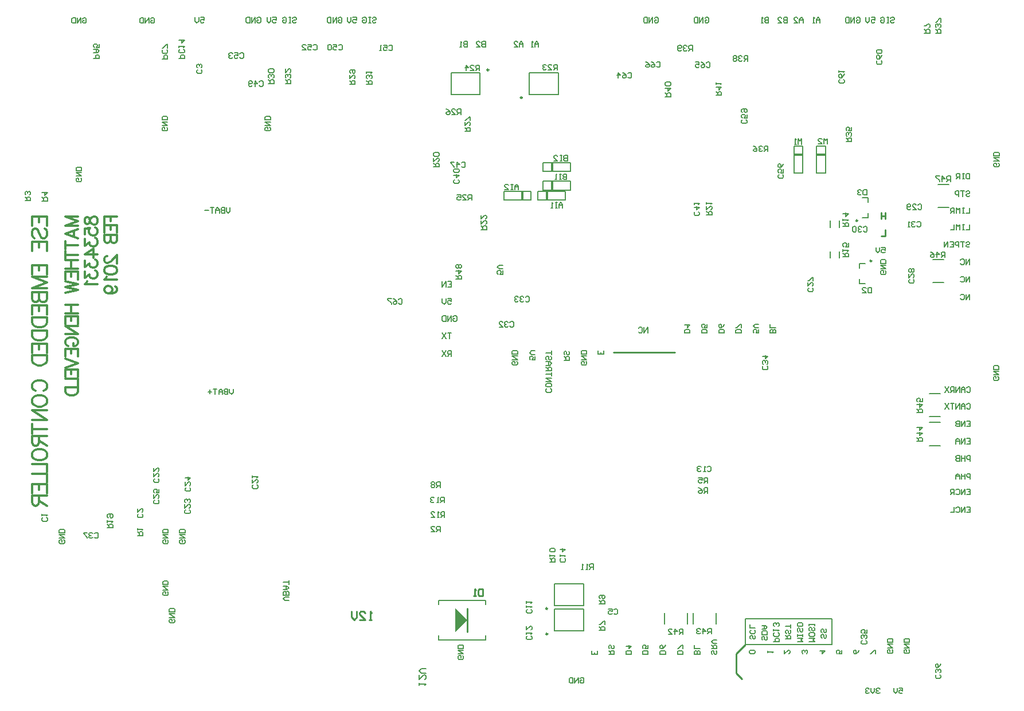
<source format=gbo>
G04*
G04 #@! TF.GenerationSoftware,Altium Limited,Altium Designer,19.0.10 (269)*
G04*
G04 Layer_Color=32896*
%FSLAX43Y43*%
%MOMM*%
G71*
G01*
G75*
%ADD10C,0.250*%
%ADD11C,0.127*%
%ADD12C,0.200*%
%ADD15C,0.180*%
%ADD16C,0.254*%
%ADD17C,0.350*%
%ADD18R,0.400X1.300*%
%ADD103C,0.300*%
%ADD161C,0.220*%
%ADD162R,1.300X0.400*%
G36*
X120950Y62000D02*
X119200Y60250D01*
Y63750D01*
X119200D01*
X120950Y62000D01*
D02*
G37*
D10*
X178615Y121020D02*
G03*
X178615Y121020I-125J0D01*
G01*
X124125Y143300D02*
G03*
X124125Y143300I-125J0D01*
G01*
X129075Y139200D02*
G03*
X129075Y139200I-125J0D01*
G01*
X180675Y115080D02*
G03*
X180675Y115080I-125J0D01*
G01*
X132825Y63700D02*
G03*
X132825Y63700I-125J0D01*
G01*
Y59950D02*
G03*
X132825Y59950I-125J0D01*
G01*
X142550Y101600D02*
X151600D01*
X160650Y54150D02*
X161500Y53300D01*
X160650Y54150D02*
Y57000D01*
X162000Y58350D01*
X106850Y62050D02*
X106450D01*
X106650D01*
Y63250D01*
X106850Y63050D01*
X105051Y62050D02*
X105850D01*
X105051Y62850D01*
Y63050D01*
X105251Y63250D01*
X105650D01*
X105850Y63050D01*
X104651Y63250D02*
Y62450D01*
X104251Y62050D01*
X103851Y62450D01*
Y63250D01*
X123250Y66550D02*
Y65550D01*
X122750D01*
X122584Y65717D01*
Y66383D01*
X122750Y66550D01*
X123250D01*
X122250Y65550D02*
X121917D01*
X122084D01*
Y66550D01*
X122250Y66383D01*
D11*
X173865Y128050D02*
Y132050D01*
X172565Y128050D02*
X173865D01*
X172565D02*
Y132050D01*
X173865D01*
X190500Y122980D02*
X192100D01*
X190500Y126380D02*
X192100D01*
X131400Y124050D02*
Y125350D01*
Y124050D02*
X135400D01*
Y125350D01*
X131400D02*
X135400D01*
X130350Y124050D02*
Y125350D01*
X126350D02*
X130350D01*
X126350Y124050D02*
Y125350D01*
Y124050D02*
X130350D01*
X132173Y128300D02*
Y129600D01*
Y128300D02*
X136173D01*
Y129600D01*
X132173D02*
X136173D01*
X132173Y125550D02*
Y126850D01*
Y125550D02*
X136173D01*
Y126850D01*
X132173D02*
X136173D01*
X169225Y132050D02*
X170525D01*
X169225Y128050D02*
Y132050D01*
Y128050D02*
X170525D01*
Y132050D01*
X189700Y115279D02*
X191300D01*
X189700Y111879D02*
X191300D01*
X189200Y95450D02*
X190800D01*
X189200Y92050D02*
X190800D01*
X189200Y91200D02*
X190800D01*
X189200Y87800D02*
X190800D01*
X157700Y61450D02*
Y63050D01*
X154300Y61450D02*
Y63050D01*
X153450Y61450D02*
Y63050D01*
X150050Y61450D02*
Y63050D01*
D12*
X116770Y64920D02*
X123630D01*
X116770Y64305D02*
Y64920D01*
X123630Y64305D02*
Y64920D01*
X116770Y59080D02*
X123630D01*
Y59695D01*
X116770Y59080D02*
Y59695D01*
X180140Y123720D02*
Y124380D01*
X179325D02*
X180140D01*
Y121460D02*
Y122120D01*
X179325Y121460D02*
X180140D01*
X175925Y115500D02*
Y116500D01*
X174575Y115500D02*
Y116500D01*
X122850Y139650D02*
Y142850D01*
X118550Y139650D02*
X122850D01*
X118550D02*
Y142850D01*
X122850D01*
X130100Y139650D02*
X134400D01*
Y142850D01*
X130100D02*
X134400D01*
X130100Y139650D02*
Y142850D01*
X174575Y120000D02*
Y121000D01*
X175925Y120000D02*
Y121000D01*
X178900Y114640D02*
X179715D01*
X178900Y113980D02*
Y114640D01*
Y111720D02*
X179715D01*
X178900D02*
Y112380D01*
X133850Y64150D02*
X138150D01*
Y67350D01*
X133850D02*
X138150D01*
X133850Y64150D02*
Y67350D01*
Y60400D02*
X138150D01*
Y63600D01*
X133850D02*
X138150D01*
X133850Y60400D02*
Y63600D01*
D15*
X174500Y62200D02*
X174800D01*
Y58350D02*
Y62200D01*
X162000Y58350D02*
X174800D01*
X162000D02*
Y62200D01*
X174500D01*
X101967Y146916D02*
X102100Y147050D01*
X102367D01*
X102500Y146916D01*
Y146383D01*
X102367Y146250D01*
X102100D01*
X101967Y146383D01*
X101167Y147050D02*
X101700D01*
Y146650D01*
X101434Y146783D01*
X101300D01*
X101167Y146650D01*
Y146383D01*
X101300Y146250D01*
X101567D01*
X101700Y146383D01*
X100901Y146916D02*
X100767Y147050D01*
X100501D01*
X100367Y146916D01*
Y146383D01*
X100501Y146250D01*
X100767D01*
X100901Y146383D01*
Y146916D01*
X118067Y112050D02*
X118600D01*
Y111250D01*
X118067D01*
X118600Y111650D02*
X118334D01*
X117801Y111250D02*
Y112050D01*
X117267Y111250D01*
Y112050D01*
X118600Y104400D02*
X118067D01*
X118334D01*
Y103600D01*
X117801Y104400D02*
X117267Y103600D01*
Y104400D02*
X117801Y103600D01*
X118600Y101000D02*
Y101800D01*
X118200D01*
X118067Y101666D01*
Y101400D01*
X118200Y101267D01*
X118600D01*
X118334D02*
X118067Y101000D01*
X117801Y101800D02*
X117267Y101000D01*
Y101800D02*
X117801Y101000D01*
X183467Y150916D02*
X183600Y151050D01*
X183867D01*
X184000Y150916D01*
Y150783D01*
X183867Y150650D01*
X183600D01*
X183467Y150517D01*
Y150383D01*
X183600Y150250D01*
X183867D01*
X184000Y150383D01*
X183200Y151050D02*
X182934D01*
X183067D01*
Y150250D01*
X183200D01*
X182934D01*
X182001Y150916D02*
X182134Y151050D01*
X182401D01*
X182534Y150916D01*
Y150383D01*
X182401Y150250D01*
X182134D01*
X182001Y150383D01*
Y150650D01*
X182267D01*
X65800Y145000D02*
X66600D01*
Y145400D01*
X66466Y145533D01*
X66200D01*
X66067Y145400D01*
Y145000D01*
X65800Y145800D02*
X66333D01*
X66600Y146066D01*
X66333Y146333D01*
X65800D01*
X66200D01*
Y145800D01*
X66600Y147133D02*
Y146599D01*
X66200D01*
X66333Y146866D01*
Y146999D01*
X66200Y147133D01*
X65933D01*
X65800Y146999D01*
Y146733D01*
X65933Y146599D01*
X75900Y144950D02*
X76700D01*
Y145350D01*
X76566Y145483D01*
X76300D01*
X76167Y145350D01*
Y144950D01*
X76566Y146283D02*
X76700Y146150D01*
Y145883D01*
X76566Y145750D01*
X76033D01*
X75900Y145883D01*
Y146150D01*
X76033Y146283D01*
X76700Y146549D02*
Y147083D01*
X76566D01*
X76033Y146549D01*
X75900D01*
X78400Y145000D02*
X79200D01*
Y145400D01*
X79066Y145533D01*
X78800D01*
X78667Y145400D01*
Y145000D01*
X79066Y146333D02*
X79200Y146200D01*
Y145933D01*
X79066Y145800D01*
X78533D01*
X78400Y145933D01*
Y146200D01*
X78533Y146333D01*
X78400Y146599D02*
Y146866D01*
Y146733D01*
X79200D01*
X79066Y146599D01*
X78400Y147666D02*
X79200D01*
X78800Y147266D01*
Y147799D01*
X104067Y151050D02*
X104600D01*
Y150650D01*
X104333Y150783D01*
X104200D01*
X104067Y150650D01*
Y150383D01*
X104200Y150250D01*
X104467D01*
X104600Y150383D01*
X103800Y151050D02*
Y150517D01*
X103534Y150250D01*
X103267Y150517D01*
Y151050D01*
X92217D02*
X92750D01*
Y150650D01*
X92483Y150783D01*
X92350D01*
X92217Y150650D01*
Y150383D01*
X92350Y150250D01*
X92617D01*
X92750Y150383D01*
X91950Y151050D02*
Y150517D01*
X91684Y150250D01*
X91417Y150517D01*
Y151050D01*
X166500Y104400D02*
X165700D01*
Y104800D01*
X165833Y104933D01*
X165967D01*
X166100Y104800D01*
Y104400D01*
Y104800D01*
X166233Y104933D01*
X166366D01*
X166500Y104800D01*
Y104400D01*
Y105200D02*
X165700D01*
Y105733D01*
X161400Y104400D02*
X160600D01*
Y104800D01*
X160733Y104933D01*
X161266D01*
X161400Y104800D01*
Y104400D01*
Y105200D02*
Y105733D01*
X161266D01*
X160733Y105200D01*
X160600D01*
X158900Y104400D02*
X158100D01*
Y104800D01*
X158233Y104933D01*
X158766D01*
X158900Y104800D01*
Y104400D01*
Y105733D02*
X158766Y105466D01*
X158500Y105200D01*
X158233D01*
X158100Y105333D01*
Y105600D01*
X158233Y105733D01*
X158367D01*
X158500Y105600D01*
Y105200D01*
X156350Y104400D02*
X155550D01*
Y104800D01*
X155683Y104933D01*
X156216D01*
X156350Y104800D01*
Y104400D01*
Y105733D02*
Y105200D01*
X155950D01*
X156083Y105466D01*
Y105600D01*
X155950Y105733D01*
X155683D01*
X155550Y105600D01*
Y105333D01*
X155683Y105200D01*
X153850Y104400D02*
X153050D01*
Y104800D01*
X153183Y104933D01*
X153716D01*
X153850Y104800D01*
Y104400D01*
X153050Y105600D02*
X153850D01*
X153450Y105200D01*
Y105733D01*
X147600Y104450D02*
Y105250D01*
X147067Y104450D01*
Y105250D01*
X146267Y105116D02*
X146400Y105250D01*
X146667D01*
X146800Y105116D01*
Y104583D01*
X146667Y104450D01*
X146400D01*
X146267Y104583D01*
X135250Y100400D02*
X136050D01*
Y100800D01*
X135916Y100933D01*
X135650D01*
X135517Y100800D01*
Y100400D01*
Y100667D02*
X135250Y100933D01*
X135916Y101733D02*
X136050Y101600D01*
Y101333D01*
X135916Y101200D01*
X135783D01*
X135650Y101333D01*
Y101600D01*
X135517Y101733D01*
X135383D01*
X135250Y101600D01*
Y101333D01*
X135383Y101200D01*
X141100Y101833D02*
Y101300D01*
X140300D01*
Y101833D01*
X140700Y101300D02*
Y101567D01*
X133266Y96183D02*
X133400Y96050D01*
Y95783D01*
X133266Y95650D01*
X132733D01*
X132600Y95783D01*
Y96050D01*
X132733Y96183D01*
X133400Y96850D02*
Y96583D01*
X133266Y96450D01*
X132733D01*
X132600Y96583D01*
Y96850D01*
X132733Y96983D01*
X133266D01*
X133400Y96850D01*
X132600Y97249D02*
X133400D01*
X132600Y97783D01*
X133400D01*
Y98049D02*
Y98582D01*
Y98316D01*
X132600D01*
Y98849D02*
X133400D01*
Y99249D01*
X133266Y99382D01*
X133000D01*
X132867Y99249D01*
Y98849D01*
Y99116D02*
X132600Y99382D01*
Y99649D02*
X133133D01*
X133400Y99915D01*
X133133Y100182D01*
X132600D01*
X133000D01*
Y99649D01*
X133266Y100982D02*
X133400Y100848D01*
Y100582D01*
X133266Y100448D01*
X133133D01*
X133000Y100582D01*
Y100848D01*
X132867Y100982D01*
X132733D01*
X132600Y100848D01*
Y100582D01*
X132733Y100448D01*
X133400Y101248D02*
Y101781D01*
Y101515D01*
X132600D01*
X182117Y117050D02*
X182650D01*
Y116650D01*
X182383Y116783D01*
X182250D01*
X182117Y116650D01*
Y116383D01*
X182250Y116250D01*
X182517D01*
X182650Y116383D01*
X181850Y117050D02*
Y116517D01*
X181584Y116250D01*
X181317Y116517D01*
Y117050D01*
X113850Y52350D02*
Y52683D01*
Y52517D01*
X114850D01*
X114683Y52350D01*
X113850Y53850D02*
Y53183D01*
X114516Y53850D01*
X114683D01*
X114850Y53683D01*
Y53350D01*
X114683Y53183D01*
X114850Y54183D02*
X114183D01*
X113850Y54516D01*
X114183Y54849D01*
X114850D01*
X181900Y51816D02*
X181767Y51950D01*
X181500D01*
X181367Y51816D01*
Y51683D01*
X181500Y51550D01*
X181633D01*
X181500D01*
X181367Y51417D01*
Y51283D01*
X181500Y51150D01*
X181767D01*
X181900Y51283D01*
X181100Y51950D02*
Y51417D01*
X180834Y51150D01*
X180567Y51417D01*
Y51950D01*
X180301Y51816D02*
X180167Y51950D01*
X179901D01*
X179767Y51816D01*
Y51683D01*
X179901Y51550D01*
X180034D01*
X179901D01*
X179767Y51417D01*
Y51283D01*
X179901Y51150D01*
X180167D01*
X180301Y51283D01*
X184717Y51950D02*
X185250D01*
Y51550D01*
X184983Y51683D01*
X184850D01*
X184717Y51550D01*
Y51283D01*
X184850Y51150D01*
X185117D01*
X185250Y51283D01*
X184450Y51950D02*
Y51417D01*
X184184Y51150D01*
X183917Y51417D01*
Y51950D01*
X178800Y57553D02*
X178666Y57287D01*
X178400Y57020D01*
X178133D01*
X178000Y57153D01*
Y57420D01*
X178133Y57553D01*
X178267D01*
X178400Y57420D01*
Y57020D01*
X176250Y57553D02*
Y57020D01*
X175850D01*
X175983Y57287D01*
Y57420D01*
X175850Y57553D01*
X175583D01*
X175450Y57420D01*
Y57153D01*
X175583Y57020D01*
X173000Y57420D02*
X173800D01*
X173400Y57020D01*
Y57553D01*
X171066Y57020D02*
X171200Y57153D01*
Y57420D01*
X171066Y57553D01*
X170933D01*
X170800Y57420D01*
Y57287D01*
Y57420D01*
X170667Y57553D01*
X170533D01*
X170400Y57420D01*
Y57153D01*
X170533Y57020D01*
X167800Y57553D02*
Y57020D01*
X168333Y57553D01*
X168466D01*
X168600Y57420D01*
Y57153D01*
X168466Y57020D01*
X165350Y57153D02*
Y57420D01*
Y57287D01*
X166150D01*
X166016Y57153D01*
X163316Y57020D02*
X163450Y57153D01*
Y57420D01*
X163316Y57553D01*
X162783D01*
X162650Y57420D01*
Y57153D01*
X162783Y57020D01*
X163316D01*
X173866Y59883D02*
X174000Y59750D01*
Y59483D01*
X173866Y59350D01*
X173733D01*
X173600Y59483D01*
Y59750D01*
X173467Y59883D01*
X173333D01*
X173200Y59750D01*
Y59483D01*
X173333Y59350D01*
X173866Y60683D02*
X174000Y60550D01*
Y60283D01*
X173866Y60150D01*
X173733D01*
X173600Y60283D01*
Y60550D01*
X173467Y60683D01*
X173333D01*
X173200Y60550D01*
Y60283D01*
X173333Y60150D01*
X171450Y58800D02*
X172250D01*
X171983Y59067D01*
X172250Y59333D01*
X171450D01*
X172250Y60000D02*
Y59733D01*
X172116Y59600D01*
X171583D01*
X171450Y59733D01*
Y60000D01*
X171583Y60133D01*
X172116D01*
X172250Y60000D01*
X172116Y60933D02*
X172250Y60799D01*
Y60533D01*
X172116Y60399D01*
X171983D01*
X171850Y60533D01*
Y60799D01*
X171717Y60933D01*
X171583D01*
X171450Y60799D01*
Y60533D01*
X171583Y60399D01*
X172250Y61199D02*
Y61466D01*
Y61333D01*
X171450D01*
Y61199D01*
Y61466D01*
X169700Y58800D02*
X170500D01*
X170233Y59067D01*
X170500Y59333D01*
X169700D01*
X170500Y59600D02*
Y59866D01*
Y59733D01*
X169700D01*
Y59600D01*
Y59866D01*
X170366Y60799D02*
X170500Y60666D01*
Y60399D01*
X170366Y60266D01*
X170233D01*
X170100Y60399D01*
Y60666D01*
X169967Y60799D01*
X169833D01*
X169700Y60666D01*
Y60399D01*
X169833Y60266D01*
X170500Y61466D02*
Y61199D01*
X170366Y61066D01*
X169833D01*
X169700Y61199D01*
Y61466D01*
X169833Y61599D01*
X170366D01*
X170500Y61466D01*
X167950Y59200D02*
X168750D01*
Y59600D01*
X168616Y59733D01*
X168350D01*
X168217Y59600D01*
Y59200D01*
Y59467D02*
X167950Y59733D01*
X168616Y60533D02*
X168750Y60400D01*
Y60133D01*
X168616Y60000D01*
X168483D01*
X168350Y60133D01*
Y60400D01*
X168217Y60533D01*
X168083D01*
X167950Y60400D01*
Y60133D01*
X168083Y60000D01*
X168750Y60799D02*
Y61333D01*
Y61066D01*
X167950D01*
X166200Y58800D02*
X167000D01*
Y59200D01*
X166866Y59333D01*
X166600D01*
X166467Y59200D01*
Y58800D01*
X166866Y60133D02*
X167000Y60000D01*
Y59733D01*
X166866Y59600D01*
X166333D01*
X166200Y59733D01*
Y60000D01*
X166333Y60133D01*
X166200Y60399D02*
Y60666D01*
Y60533D01*
X167000D01*
X166866Y60399D01*
Y61066D02*
X167000Y61199D01*
Y61466D01*
X166866Y61599D01*
X166733D01*
X166600Y61466D01*
Y61333D01*
Y61466D01*
X166467Y61599D01*
X166333D01*
X166200Y61466D01*
Y61199D01*
X166333Y61066D01*
X165116Y59583D02*
X165250Y59450D01*
Y59183D01*
X165116Y59050D01*
X164983D01*
X164850Y59183D01*
Y59450D01*
X164717Y59583D01*
X164583D01*
X164450Y59450D01*
Y59183D01*
X164583Y59050D01*
X165250Y59850D02*
X164450D01*
Y60250D01*
X164583Y60383D01*
X165116D01*
X165250Y60250D01*
Y59850D01*
X164450Y60649D02*
X164983D01*
X165250Y60916D01*
X164983Y61183D01*
X164450D01*
X164850D01*
Y60649D01*
X163366Y59733D02*
X163500Y59600D01*
Y59333D01*
X163366Y59200D01*
X163233D01*
X163100Y59333D01*
Y59600D01*
X162967Y59733D01*
X162833D01*
X162700Y59600D01*
Y59333D01*
X162833Y59200D01*
X163366Y60533D02*
X163500Y60400D01*
Y60133D01*
X163366Y60000D01*
X162833D01*
X162700Y60133D01*
Y60400D01*
X162833Y60533D01*
X163500Y60799D02*
X162700D01*
Y61333D01*
X181250Y57020D02*
Y57553D01*
X181116D01*
X180583Y57020D01*
X180450D01*
X195150Y109350D02*
Y110150D01*
X194617Y109350D01*
Y110150D01*
X193817Y110016D02*
X193950Y110150D01*
X194217D01*
X194350Y110016D01*
Y109483D01*
X194217Y109350D01*
X193950D01*
X193817Y109483D01*
X195150Y111950D02*
Y112750D01*
X194617Y111950D01*
Y112750D01*
X193817Y112616D02*
X193950Y112750D01*
X194217D01*
X194350Y112616D01*
Y112083D01*
X194217Y111950D01*
X193950D01*
X193817Y112083D01*
X195150Y114550D02*
Y115350D01*
X194617Y114550D01*
Y115350D01*
X193817Y115216D02*
X193950Y115350D01*
X194217D01*
X194350Y115216D01*
Y114683D01*
X194217Y114550D01*
X193950D01*
X193817Y114683D01*
X195150Y128000D02*
Y127200D01*
X194750D01*
X194617Y127333D01*
Y127866D01*
X194750Y128000D01*
X195150D01*
X194350D02*
X194084D01*
X194217D01*
Y127200D01*
X194350D01*
X194084D01*
X193684D02*
Y128000D01*
X193284D01*
X193151Y127866D01*
Y127600D01*
X193284Y127467D01*
X193684D01*
X193417D02*
X193151Y127200D01*
X194617Y125266D02*
X194750Y125400D01*
X195017D01*
X195150Y125266D01*
Y125133D01*
X195017Y125000D01*
X194750D01*
X194617Y124867D01*
Y124733D01*
X194750Y124600D01*
X195017D01*
X195150Y124733D01*
X194350Y125400D02*
X193817D01*
X194084D01*
Y124600D01*
X193551D02*
Y125400D01*
X193151D01*
X193017Y125266D01*
Y125000D01*
X193151Y124867D01*
X193551D01*
X195150Y122900D02*
Y122100D01*
X194617D01*
X194350Y122900D02*
X194084D01*
X194217D01*
Y122100D01*
X194350D01*
X194084D01*
X193684D02*
Y122900D01*
X193417Y122633D01*
X193151Y122900D01*
Y122100D01*
X192884D02*
Y122900D01*
X192484D01*
X192351Y122766D01*
Y122500D01*
X192484Y122367D01*
X192884D01*
X192617D02*
X192351Y122100D01*
X195150Y120450D02*
Y119650D01*
X194617D01*
X194350Y120450D02*
X194084D01*
X194217D01*
Y119650D01*
X194350D01*
X194084D01*
X193684D02*
Y120450D01*
X193417Y120183D01*
X193151Y120450D01*
Y119650D01*
X192884Y120450D02*
Y119650D01*
X192351D01*
X194617Y117766D02*
X194750Y117900D01*
X195017D01*
X195150Y117766D01*
Y117633D01*
X195017Y117500D01*
X194750D01*
X194617Y117367D01*
Y117233D01*
X194750Y117100D01*
X195017D01*
X195150Y117233D01*
X194350Y117900D02*
X193817D01*
X194084D01*
Y117100D01*
X193551D02*
Y117900D01*
X193151D01*
X193017Y117766D01*
Y117500D01*
X193151Y117367D01*
X193551D01*
X192218Y117900D02*
X192751D01*
Y117100D01*
X192218D01*
X192751Y117500D02*
X192484D01*
X191951Y117100D02*
Y117900D01*
X191418Y117100D01*
Y117900D01*
X194717Y96316D02*
X194850Y96450D01*
X195117D01*
X195250Y96316D01*
Y95783D01*
X195117Y95650D01*
X194850D01*
X194717Y95783D01*
X194450Y95650D02*
Y96183D01*
X194184Y96450D01*
X193917Y96183D01*
Y95650D01*
Y96050D01*
X194450D01*
X193651Y95650D02*
Y96450D01*
X193117Y95650D01*
Y96450D01*
X192851Y95650D02*
Y96450D01*
X192451D01*
X192318Y96316D01*
Y96050D01*
X192451Y95917D01*
X192851D01*
X192584D02*
X192318Y95650D01*
X192051Y96450D02*
X191518Y95650D01*
Y96450D02*
X192051Y95650D01*
X194717Y93866D02*
X194850Y94000D01*
X195117D01*
X195250Y93866D01*
Y93333D01*
X195117Y93200D01*
X194850D01*
X194717Y93333D01*
X194450Y93200D02*
Y93733D01*
X194184Y94000D01*
X193917Y93733D01*
Y93200D01*
Y93600D01*
X194450D01*
X193651Y93200D02*
Y94000D01*
X193117Y93200D01*
Y94000D01*
X192851D02*
X192318D01*
X192584D01*
Y93200D01*
X192051Y94000D02*
X191518Y93200D01*
Y94000D02*
X192051Y93200D01*
X194717Y91400D02*
X195250D01*
Y90600D01*
X194717D01*
X195250Y91000D02*
X194983D01*
X194450Y90600D02*
Y91400D01*
X193917Y90600D01*
Y91400D01*
X193651D02*
Y90600D01*
X193251D01*
X193117Y90733D01*
Y90867D01*
X193251Y91000D01*
X193651D01*
X193251D01*
X193117Y91133D01*
Y91266D01*
X193251Y91400D01*
X193651D01*
X194717Y88850D02*
X195250D01*
Y88050D01*
X194717D01*
X195250Y88450D02*
X194983D01*
X194450Y88050D02*
Y88850D01*
X193917Y88050D01*
Y88850D01*
X193651Y88050D02*
Y88583D01*
X193384Y88850D01*
X193117Y88583D01*
Y88050D01*
Y88450D01*
X193651D01*
X195250Y85500D02*
Y86300D01*
X194850D01*
X194717Y86166D01*
Y85900D01*
X194850Y85767D01*
X195250D01*
X194450Y86300D02*
Y85500D01*
Y85900D01*
X193917D01*
Y86300D01*
Y85500D01*
X193651Y86300D02*
Y85500D01*
X193251D01*
X193117Y85633D01*
Y85767D01*
X193251Y85900D01*
X193651D01*
X193251D01*
X193117Y86033D01*
Y86166D01*
X193251Y86300D01*
X193651D01*
X195250Y82850D02*
Y83650D01*
X194850D01*
X194717Y83516D01*
Y83250D01*
X194850Y83117D01*
X195250D01*
X194450Y83650D02*
Y82850D01*
Y83250D01*
X193917D01*
Y83650D01*
Y82850D01*
X193651D02*
Y83383D01*
X193384Y83650D01*
X193117Y83383D01*
Y82850D01*
Y83250D01*
X193651D01*
X194717Y81350D02*
X195250D01*
Y80550D01*
X194717D01*
X195250Y80950D02*
X194983D01*
X194450Y80550D02*
Y81350D01*
X193917Y80550D01*
Y81350D01*
X193117Y81216D02*
X193251Y81350D01*
X193517D01*
X193651Y81216D01*
Y80683D01*
X193517Y80550D01*
X193251D01*
X193117Y80683D01*
X192851Y80550D02*
Y81350D01*
X192451D01*
X192318Y81216D01*
Y80950D01*
X192451Y80817D01*
X192851D01*
X192584D02*
X192318Y80550D01*
X194717Y78700D02*
X195250D01*
Y77900D01*
X194717D01*
X195250Y78300D02*
X194983D01*
X194450Y77900D02*
Y78700D01*
X193917Y77900D01*
Y78700D01*
X193117Y78566D02*
X193251Y78700D01*
X193517D01*
X193651Y78566D01*
Y78033D01*
X193517Y77900D01*
X193251D01*
X193117Y78033D01*
X192851Y78700D02*
Y77900D01*
X192318D01*
X140150Y57483D02*
Y56950D01*
X139350D01*
Y57483D01*
X139750Y56950D02*
Y57217D01*
X141850Y56950D02*
X142650D01*
Y57350D01*
X142516Y57483D01*
X142250D01*
X142117Y57350D01*
Y56950D01*
Y57217D02*
X141850Y57483D01*
X142516Y58283D02*
X142650Y58150D01*
Y57883D01*
X142516Y57750D01*
X142383D01*
X142250Y57883D01*
Y58150D01*
X142117Y58283D01*
X141983D01*
X141850Y58150D01*
Y57883D01*
X141983Y57750D01*
X145200Y56950D02*
X144400D01*
Y57350D01*
X144533Y57483D01*
X145066D01*
X145200Y57350D01*
Y56950D01*
X144400Y58150D02*
X145200D01*
X144800Y57750D01*
Y58283D01*
X147650Y56950D02*
X146850D01*
Y57350D01*
X146983Y57483D01*
X147516D01*
X147650Y57350D01*
Y56950D01*
Y58283D02*
Y57750D01*
X147250D01*
X147383Y58016D01*
Y58150D01*
X147250Y58283D01*
X146983D01*
X146850Y58150D01*
Y57883D01*
X146983Y57750D01*
X150250Y56950D02*
X149450D01*
Y57350D01*
X149583Y57483D01*
X150116D01*
X150250Y57350D01*
Y56950D01*
Y58283D02*
X150116Y58016D01*
X149850Y57750D01*
X149583D01*
X149450Y57883D01*
Y58150D01*
X149583Y58283D01*
X149717D01*
X149850Y58150D01*
Y57750D01*
X152800Y56950D02*
X152000D01*
Y57350D01*
X152133Y57483D01*
X152666D01*
X152800Y57350D01*
Y56950D01*
Y57750D02*
Y58283D01*
X152666D01*
X152133Y57750D01*
X152000D01*
X155300Y56950D02*
X154500D01*
Y57350D01*
X154633Y57483D01*
X154767D01*
X154900Y57350D01*
Y56950D01*
Y57350D01*
X155033Y57483D01*
X155166D01*
X155300Y57350D01*
Y56950D01*
Y57750D02*
X154500D01*
Y58283D01*
X157666Y57483D02*
X157800Y57350D01*
Y57083D01*
X157666Y56950D01*
X157533D01*
X157400Y57083D01*
Y57350D01*
X157267Y57483D01*
X157133D01*
X157000Y57350D01*
Y57083D01*
X157133Y56950D01*
X157000Y57750D02*
X157800D01*
Y58150D01*
X157666Y58283D01*
X157400D01*
X157267Y58150D01*
Y57750D01*
Y58016D02*
X157000Y58283D01*
X157800Y58549D02*
X157267D01*
X157000Y58816D01*
X157267Y59083D01*
X157800D01*
X94600Y64900D02*
X94067D01*
X93800Y65167D01*
X94067Y65433D01*
X94600D01*
Y65700D02*
X93800D01*
Y66100D01*
X93933Y66233D01*
X94067D01*
X94200Y66100D01*
Y65700D01*
Y66100D01*
X94333Y66233D01*
X94466D01*
X94600Y66100D01*
Y65700D01*
X93800Y66499D02*
X94333D01*
X94600Y66766D01*
X94333Y67033D01*
X93800D01*
X94200D01*
Y66499D01*
X94600Y67299D02*
Y67832D01*
Y67566D01*
X93800D01*
X61366Y73833D02*
X61500Y73700D01*
Y73433D01*
X61366Y73300D01*
X60833D01*
X60700Y73433D01*
Y73700D01*
X60833Y73833D01*
X61100D01*
Y73567D01*
X60700Y74100D02*
X61500D01*
X60700Y74633D01*
X61500D01*
Y74899D02*
X60700D01*
Y75299D01*
X60833Y75433D01*
X61366D01*
X61500Y75299D01*
Y74899D01*
X85950Y122950D02*
Y122417D01*
X85683Y122150D01*
X85417Y122417D01*
Y122950D01*
X85150D02*
Y122150D01*
X84750D01*
X84617Y122283D01*
Y122417D01*
X84750Y122550D01*
X85150D01*
X84750D01*
X84617Y122683D01*
Y122816D01*
X84750Y122950D01*
X85150D01*
X84351Y122150D02*
Y122683D01*
X84084Y122950D01*
X83817Y122683D01*
Y122150D01*
Y122550D01*
X84351D01*
X83551Y122950D02*
X83018D01*
X83284D01*
Y122150D01*
X82751Y122550D02*
X82218D01*
X86400Y96150D02*
Y95617D01*
X86133Y95350D01*
X85867Y95617D01*
Y96150D01*
X85600D02*
Y95350D01*
X85200D01*
X85067Y95483D01*
Y95617D01*
X85200Y95750D01*
X85600D01*
X85200D01*
X85067Y95883D01*
Y96016D01*
X85200Y96150D01*
X85600D01*
X84801Y95350D02*
Y95883D01*
X84534Y96150D01*
X84267Y95883D01*
Y95350D01*
Y95750D01*
X84801D01*
X84001Y96150D02*
X83468D01*
X83734D01*
Y95350D01*
X83201Y95750D02*
X82668D01*
X82934Y96016D02*
Y95483D01*
X95167Y150916D02*
X95300Y151050D01*
X95567D01*
X95700Y150916D01*
Y150783D01*
X95567Y150650D01*
X95300D01*
X95167Y150517D01*
Y150383D01*
X95300Y150250D01*
X95567D01*
X95700Y150383D01*
X94900Y151050D02*
X94634D01*
X94767D01*
Y150250D01*
X94900D01*
X94634D01*
X93701Y150916D02*
X93834Y151050D01*
X94101D01*
X94234Y150916D01*
Y150383D01*
X94101Y150250D01*
X93834D01*
X93701Y150383D01*
Y150650D01*
X93967D01*
X106967Y150916D02*
X107100Y151050D01*
X107367D01*
X107500Y150916D01*
Y150783D01*
X107367Y150650D01*
X107100D01*
X106967Y150517D01*
Y150383D01*
X107100Y150250D01*
X107367D01*
X107500Y150383D01*
X106700Y151050D02*
X106434D01*
X106567D01*
Y150250D01*
X106700D01*
X106434D01*
X105501Y150916D02*
X105634Y151050D01*
X105901D01*
X106034Y150916D01*
Y150383D01*
X105901Y150250D01*
X105634D01*
X105501Y150383D01*
Y150650D01*
X105767D01*
X120950Y147500D02*
Y146700D01*
X120550D01*
X120417Y146833D01*
Y146967D01*
X120550Y147100D01*
X120950D01*
X120550D01*
X120417Y147233D01*
Y147366D01*
X120550Y147500D01*
X120950D01*
X120150Y146700D02*
X119884D01*
X120017D01*
Y147500D01*
X120150Y147366D01*
X123650Y147500D02*
Y146700D01*
X123250D01*
X123117Y146833D01*
Y146967D01*
X123250Y147100D01*
X123650D01*
X123250D01*
X123117Y147233D01*
Y147366D01*
X123250Y147500D01*
X123650D01*
X122317Y146700D02*
X122850D01*
X122317Y147233D01*
Y147366D01*
X122450Y147500D01*
X122717D01*
X122850Y147366D01*
X129200Y146700D02*
Y147233D01*
X128933Y147500D01*
X128667Y147233D01*
Y146700D01*
Y147100D01*
X129200D01*
X127867Y146700D02*
X128400D01*
X127867Y147233D01*
Y147366D01*
X128000Y147500D01*
X128267D01*
X128400Y147366D01*
X131500Y146700D02*
Y147233D01*
X131233Y147500D01*
X130967Y147233D01*
Y146700D01*
Y147100D01*
X131500D01*
X130700Y146700D02*
X130434D01*
X130567D01*
Y147500D01*
X130700Y147366D01*
X173050Y150250D02*
Y150783D01*
X172783Y151050D01*
X172517Y150783D01*
Y150250D01*
Y150650D01*
X173050D01*
X172250Y150250D02*
X171984D01*
X172117D01*
Y151050D01*
X172250Y150916D01*
X170550Y150250D02*
Y150783D01*
X170283Y151050D01*
X170017Y150783D01*
Y150250D01*
Y150650D01*
X170550D01*
X169217Y150250D02*
X169750D01*
X169217Y150783D01*
Y150916D01*
X169350Y151050D01*
X169617D01*
X169750Y150916D01*
X168200Y151050D02*
Y150250D01*
X167800D01*
X167667Y150383D01*
Y150517D01*
X167800Y150650D01*
X168200D01*
X167800D01*
X167667Y150783D01*
Y150916D01*
X167800Y151050D01*
X168200D01*
X166867Y150250D02*
X167400D01*
X166867Y150783D01*
Y150916D01*
X167000Y151050D01*
X167267D01*
X167400Y150916D01*
X165450Y151050D02*
Y150250D01*
X165050D01*
X164917Y150383D01*
Y150517D01*
X165050Y150650D01*
X165450D01*
X165050D01*
X164917Y150783D01*
Y150916D01*
X165050Y151050D01*
X165450D01*
X164650Y150250D02*
X164384D01*
X164517D01*
Y151050D01*
X164650Y150916D01*
X180617Y151050D02*
X181150D01*
Y150650D01*
X180883Y150783D01*
X180750D01*
X180617Y150650D01*
Y150383D01*
X180750Y150250D01*
X181017D01*
X181150Y150383D01*
X180350Y151050D02*
Y150517D01*
X180084Y150250D01*
X179817Y150517D01*
Y151050D01*
X81567D02*
X82100D01*
Y150650D01*
X81833Y150783D01*
X81700D01*
X81567Y150650D01*
Y150383D01*
X81700Y150250D01*
X81967D01*
X82100Y150383D01*
X81300Y151050D02*
Y150517D01*
X81034Y150250D01*
X80767Y150517D01*
Y151050D01*
X126200Y113633D02*
Y113100D01*
X125800D01*
X125933Y113367D01*
Y113500D01*
X125800Y113633D01*
X125533D01*
X125400Y113500D01*
Y113233D01*
X125533Y113100D01*
X126200Y113900D02*
X125667D01*
X125400Y114166D01*
X125667Y114433D01*
X126200D01*
X118867Y106816D02*
X119000Y106950D01*
X119267D01*
X119400Y106816D01*
Y106283D01*
X119267Y106150D01*
X119000D01*
X118867Y106283D01*
Y106550D01*
X119133D01*
X118600Y106150D02*
Y106950D01*
X118067Y106150D01*
Y106950D01*
X117801D02*
Y106150D01*
X117401D01*
X117267Y106283D01*
Y106816D01*
X117401Y106950D01*
X117801D01*
X118067Y109500D02*
X118600D01*
Y109100D01*
X118334Y109233D01*
X118200D01*
X118067Y109100D01*
Y108833D01*
X118200Y108700D01*
X118467D01*
X118600Y108833D01*
X117801Y109500D02*
Y108967D01*
X117534Y108700D01*
X117267Y108967D01*
Y109500D01*
X130950Y100983D02*
Y100450D01*
X130550D01*
X130683Y100717D01*
Y100850D01*
X130550Y100983D01*
X130283D01*
X130150Y100850D01*
Y100583D01*
X130283Y100450D01*
X130950Y101250D02*
X130417D01*
X130150Y101516D01*
X130417Y101783D01*
X130950D01*
X164000Y104933D02*
Y104400D01*
X163600D01*
X163733Y104667D01*
Y104800D01*
X163600Y104933D01*
X163333D01*
X163200Y104800D01*
Y104533D01*
X163333Y104400D01*
X164000Y105200D02*
X163467D01*
X163200Y105466D01*
X163467Y105733D01*
X164000D01*
X138466Y100233D02*
X138600Y100100D01*
Y99833D01*
X138466Y99700D01*
X137933D01*
X137800Y99833D01*
Y100100D01*
X137933Y100233D01*
X138200D01*
Y99967D01*
X137800Y100500D02*
X138600D01*
X137800Y101033D01*
X138600D01*
Y101299D02*
X137800D01*
Y101699D01*
X137933Y101833D01*
X138466D01*
X138600Y101699D01*
Y101299D01*
X128266Y100233D02*
X128400Y100100D01*
Y99833D01*
X128266Y99700D01*
X127733D01*
X127600Y99833D01*
Y100100D01*
X127733Y100233D01*
X128000D01*
Y99967D01*
X127600Y100500D02*
X128400D01*
X127600Y101033D01*
X128400D01*
Y101299D02*
X127600D01*
Y101699D01*
X127733Y101833D01*
X128266D01*
X128400Y101699D01*
Y101299D01*
X182666Y113633D02*
X182800Y113500D01*
Y113233D01*
X182666Y113100D01*
X182133D01*
X182000Y113233D01*
Y113500D01*
X182133Y113633D01*
X182400D01*
Y113367D01*
X182000Y113900D02*
X182800D01*
X182000Y114433D01*
X182800D01*
Y114699D02*
X182000D01*
Y115099D01*
X182133Y115233D01*
X182666D01*
X182800Y115099D01*
Y114699D01*
X199366Y129533D02*
X199500Y129400D01*
Y129133D01*
X199366Y129000D01*
X198833D01*
X198700Y129133D01*
Y129400D01*
X198833Y129533D01*
X199100D01*
Y129267D01*
X198700Y129800D02*
X199500D01*
X198700Y130333D01*
X199500D01*
Y130599D02*
X198700D01*
Y130999D01*
X198833Y131133D01*
X199366D01*
X199500Y130999D01*
Y130599D01*
X199316Y97983D02*
X199450Y97850D01*
Y97583D01*
X199316Y97450D01*
X198783D01*
X198650Y97583D01*
Y97850D01*
X198783Y97983D01*
X199050D01*
Y97717D01*
X198650Y98250D02*
X199450D01*
X198650Y98783D01*
X199450D01*
Y99049D02*
X198650D01*
Y99449D01*
X198783Y99583D01*
X199316D01*
X199450Y99449D01*
Y99049D01*
X186116Y57633D02*
X186250Y57500D01*
Y57233D01*
X186116Y57100D01*
X185583D01*
X185450Y57233D01*
Y57500D01*
X185583Y57633D01*
X185850D01*
Y57367D01*
X185450Y57900D02*
X186250D01*
X185450Y58433D01*
X186250D01*
Y58699D02*
X185450D01*
Y59099D01*
X185583Y59233D01*
X186116D01*
X186250Y59099D01*
Y58699D01*
X183666Y57633D02*
X183800Y57500D01*
Y57233D01*
X183666Y57100D01*
X183133D01*
X183000Y57233D01*
Y57500D01*
X183133Y57633D01*
X183400D01*
Y57367D01*
X183000Y57900D02*
X183800D01*
X183000Y58433D01*
X183800D01*
Y58699D02*
X183000D01*
Y59099D01*
X183133Y59233D01*
X183666D01*
X183800Y59099D01*
Y58699D01*
X137627Y53366D02*
X137760Y53500D01*
X138027D01*
X138160Y53366D01*
Y52833D01*
X138027Y52700D01*
X137760D01*
X137627Y52833D01*
Y53100D01*
X137893D01*
X137360Y52700D02*
Y53500D01*
X136827Y52700D01*
Y53500D01*
X136561D02*
Y52700D01*
X136161D01*
X136027Y52833D01*
Y53366D01*
X136161Y53500D01*
X136561D01*
X120266Y56733D02*
X120400Y56600D01*
Y56333D01*
X120266Y56200D01*
X119733D01*
X119600Y56333D01*
Y56600D01*
X119733Y56733D01*
X120000D01*
Y56467D01*
X119600Y57000D02*
X120400D01*
X119600Y57533D01*
X120400D01*
Y57799D02*
X119600D01*
Y58199D01*
X119733Y58333D01*
X120266D01*
X120400Y58199D01*
Y57799D01*
X77616Y62133D02*
X77750Y62000D01*
Y61733D01*
X77616Y61600D01*
X77083D01*
X76950Y61733D01*
Y62000D01*
X77083Y62133D01*
X77350D01*
Y61867D01*
X76950Y62400D02*
X77750D01*
X76950Y62933D01*
X77750D01*
Y63199D02*
X76950D01*
Y63599D01*
X77083Y63733D01*
X77616D01*
X77750Y63599D01*
Y63199D01*
X76666Y66183D02*
X76800Y66050D01*
Y65783D01*
X76666Y65650D01*
X76133D01*
X76000Y65783D01*
Y66050D01*
X76133Y66183D01*
X76400D01*
Y65917D01*
X76000Y66450D02*
X76800D01*
X76000Y66983D01*
X76800D01*
Y67249D02*
X76000D01*
Y67649D01*
X76133Y67783D01*
X76666D01*
X76800Y67649D01*
Y67249D01*
X76666Y73833D02*
X76800Y73700D01*
Y73433D01*
X76666Y73300D01*
X76133D01*
X76000Y73433D01*
Y73700D01*
X76133Y73833D01*
X76400D01*
Y73567D01*
X76000Y74100D02*
X76800D01*
X76000Y74633D01*
X76800D01*
Y74899D02*
X76000D01*
Y75299D01*
X76133Y75433D01*
X76666D01*
X76800Y75299D01*
Y74899D01*
X79166Y73833D02*
X79300Y73700D01*
Y73433D01*
X79166Y73300D01*
X78633D01*
X78500Y73433D01*
Y73700D01*
X78633Y73833D01*
X78900D01*
Y73567D01*
X78500Y74100D02*
X79300D01*
X78500Y74633D01*
X79300D01*
Y74899D02*
X78500D01*
Y75299D01*
X78633Y75433D01*
X79166D01*
X79300Y75299D01*
Y74899D01*
X91766Y134833D02*
X91900Y134700D01*
Y134433D01*
X91766Y134300D01*
X91233D01*
X91100Y134433D01*
Y134700D01*
X91233Y134833D01*
X91500D01*
Y134567D01*
X91100Y135100D02*
X91900D01*
X91100Y135633D01*
X91900D01*
Y135899D02*
X91100D01*
Y136299D01*
X91233Y136433D01*
X91766D01*
X91900Y136299D01*
Y135899D01*
X76566Y134833D02*
X76700Y134700D01*
Y134433D01*
X76566Y134300D01*
X76033D01*
X75900Y134433D01*
Y134700D01*
X76033Y134833D01*
X76300D01*
Y134567D01*
X75900Y135100D02*
X76700D01*
X75900Y135633D01*
X76700D01*
Y135899D02*
X75900D01*
Y136299D01*
X76033Y136433D01*
X76566D01*
X76700Y136299D01*
Y135899D01*
X63866Y127333D02*
X64000Y127200D01*
Y126933D01*
X63866Y126800D01*
X63333D01*
X63200Y126933D01*
Y127200D01*
X63333Y127333D01*
X63600D01*
Y127067D01*
X63200Y127600D02*
X64000D01*
X63200Y128133D01*
X64000D01*
Y128399D02*
X63200D01*
Y128799D01*
X63333Y128933D01*
X63866D01*
X64000Y128799D01*
Y128399D01*
X64167Y150866D02*
X64300Y151000D01*
X64567D01*
X64700Y150866D01*
Y150333D01*
X64567Y150200D01*
X64300D01*
X64167Y150333D01*
Y150600D01*
X64433D01*
X63900Y150200D02*
Y151000D01*
X63367Y150200D01*
Y151000D01*
X63101D02*
Y150200D01*
X62701D01*
X62567Y150333D01*
Y150866D01*
X62701Y151000D01*
X63101D01*
X74217Y150866D02*
X74350Y151000D01*
X74617D01*
X74750Y150866D01*
Y150333D01*
X74617Y150200D01*
X74350D01*
X74217Y150333D01*
Y150600D01*
X74483D01*
X73950Y150200D02*
Y151000D01*
X73417Y150200D01*
Y151000D01*
X73151D02*
Y150200D01*
X72751D01*
X72617Y150333D01*
Y150866D01*
X72751Y151000D01*
X73151D01*
X89917Y150916D02*
X90050Y151050D01*
X90317D01*
X90450Y150916D01*
Y150383D01*
X90317Y150250D01*
X90050D01*
X89917Y150383D01*
Y150650D01*
X90183D01*
X89650Y150250D02*
Y151050D01*
X89117Y150250D01*
Y151050D01*
X88851D02*
Y150250D01*
X88451D01*
X88317Y150383D01*
Y150916D01*
X88451Y151050D01*
X88851D01*
X101917Y150916D02*
X102050Y151050D01*
X102317D01*
X102450Y150916D01*
Y150383D01*
X102317Y150250D01*
X102050D01*
X101917Y150383D01*
Y150650D01*
X102183D01*
X101650Y150250D02*
Y151050D01*
X101117Y150250D01*
Y151050D01*
X100851D02*
Y150250D01*
X100451D01*
X100317Y150383D01*
Y150916D01*
X100451Y151050D01*
X100851D01*
X148617Y150916D02*
X148750Y151050D01*
X149017D01*
X149150Y150916D01*
Y150383D01*
X149017Y150250D01*
X148750D01*
X148617Y150383D01*
Y150650D01*
X148883D01*
X148350Y150250D02*
Y151050D01*
X147817Y150250D01*
Y151050D01*
X147551D02*
Y150250D01*
X147151D01*
X147017Y150383D01*
Y150916D01*
X147151Y151050D01*
X147551D01*
X156067Y150916D02*
X156200Y151050D01*
X156467D01*
X156600Y150916D01*
Y150383D01*
X156467Y150250D01*
X156200D01*
X156067Y150383D01*
Y150650D01*
X156333D01*
X155800Y150250D02*
Y151050D01*
X155267Y150250D01*
Y151050D01*
X155001D02*
Y150250D01*
X154601D01*
X154467Y150383D01*
Y150916D01*
X154601Y151050D01*
X155001D01*
X178417Y150916D02*
X178550Y151050D01*
X178817D01*
X178950Y150916D01*
Y150383D01*
X178817Y150250D01*
X178550D01*
X178417Y150383D01*
Y150650D01*
X178683D01*
X178150Y150250D02*
Y151050D01*
X177617Y150250D01*
Y151050D01*
X177351D02*
Y150250D01*
X176951D01*
X176817Y150383D01*
Y150916D01*
X176951Y151050D01*
X177351D01*
X188450Y148750D02*
X189250D01*
Y149150D01*
X189116Y149283D01*
X188850D01*
X188717Y149150D01*
Y148750D01*
Y149017D02*
X188450Y149283D01*
X189116Y149550D02*
X189250Y149683D01*
Y149950D01*
X189116Y150083D01*
X188983D01*
X188717Y149816D01*
X188583D02*
X188450D01*
X119300Y112400D02*
X120100D01*
Y112800D01*
X119966Y112933D01*
X119700D01*
X119567Y112800D01*
Y112400D01*
Y112667D02*
X119300Y112933D01*
Y113600D02*
X120100D01*
X119700Y113200D01*
Y113733D01*
X119966Y113999D02*
X120100Y114133D01*
Y114399D01*
X119966Y114533D01*
X119833D01*
X119700Y114399D01*
X119567Y114533D01*
X119433D01*
X119300Y114399D01*
Y114133D01*
X119433Y113999D01*
X119567D01*
X119700Y114133D01*
X119833Y113999D01*
X119966D01*
X119700Y114133D02*
Y114399D01*
X110817Y109366D02*
X110950Y109500D01*
X111217D01*
X111350Y109366D01*
Y108833D01*
X111217Y108700D01*
X110950D01*
X110817Y108833D01*
X110017Y109500D02*
X110284Y109366D01*
X110550Y109100D01*
Y108833D01*
X110417Y108700D01*
X110150D01*
X110017Y108833D01*
Y108967D01*
X110150Y109100D01*
X110550D01*
X109751Y109500D02*
X109217D01*
Y109366D01*
X109751Y108833D01*
Y108700D01*
X192300Y126800D02*
Y127600D01*
X191900D01*
X191767Y127466D01*
Y127200D01*
X191900Y127067D01*
X192300D01*
X192033D02*
X191767Y126800D01*
X191100D02*
Y127600D01*
X191500Y127200D01*
X190967D01*
X190701Y127600D02*
X190167D01*
Y127466D01*
X190701Y126933D01*
Y126800D01*
X191500Y115600D02*
Y116400D01*
X191100D01*
X190967Y116266D01*
Y116000D01*
X191100Y115867D01*
X191500D01*
X191233D02*
X190967Y115600D01*
X190300D02*
Y116400D01*
X190700Y116000D01*
X190167D01*
X189367Y116400D02*
X189634Y116266D01*
X189901Y116000D01*
Y115733D01*
X189767Y115600D01*
X189501D01*
X189367Y115733D01*
Y115867D01*
X189501Y116000D01*
X189901D01*
X187350Y92650D02*
X188150D01*
Y93050D01*
X188016Y93183D01*
X187750D01*
X187617Y93050D01*
Y92650D01*
Y92917D02*
X187350Y93183D01*
Y93850D02*
X188150D01*
X187750Y93450D01*
Y93983D01*
X188150Y94783D02*
Y94249D01*
X187750D01*
X187883Y94516D01*
Y94649D01*
X187750Y94783D01*
X187483D01*
X187350Y94649D01*
Y94383D01*
X187483Y94249D01*
X157000Y59950D02*
Y60750D01*
X156600D01*
X156467Y60616D01*
Y60350D01*
X156600Y60217D01*
X157000D01*
X156733D02*
X156467Y59950D01*
X155800D02*
Y60750D01*
X156200Y60350D01*
X155667D01*
X155401Y60616D02*
X155267Y60750D01*
X155001D01*
X154867Y60616D01*
Y60483D01*
X155001Y60350D01*
X155134D01*
X155001D01*
X154867Y60217D01*
Y60083D01*
X155001Y59950D01*
X155267D01*
X155401Y60083D01*
X187350Y88450D02*
X188150D01*
Y88850D01*
X188016Y88983D01*
X187750D01*
X187617Y88850D01*
Y88450D01*
Y88717D02*
X187350Y88983D01*
Y89650D02*
X188150D01*
X187750Y89250D01*
Y89783D01*
X187350Y90449D02*
X188150D01*
X187750Y90049D01*
Y90583D01*
X152800Y59900D02*
Y60700D01*
X152400D01*
X152267Y60566D01*
Y60300D01*
X152400Y60167D01*
X152800D01*
X152533D02*
X152267Y59900D01*
X151600D02*
Y60700D01*
X152000Y60300D01*
X151467D01*
X150667Y59900D02*
X151201D01*
X150667Y60433D01*
Y60566D01*
X150801Y60700D01*
X151067D01*
X151201Y60566D01*
X157700Y139550D02*
X158500D01*
Y139950D01*
X158366Y140083D01*
X158100D01*
X157967Y139950D01*
Y139550D01*
Y139817D02*
X157700Y140083D01*
Y140750D02*
X158500D01*
X158100Y140350D01*
Y140883D01*
X157700Y141149D02*
Y141416D01*
Y141283D01*
X158500D01*
X158366Y141149D01*
X150200Y139350D02*
X151000D01*
Y139750D01*
X150866Y139883D01*
X150600D01*
X150467Y139750D01*
Y139350D01*
Y139617D02*
X150200Y139883D01*
Y140550D02*
X151000D01*
X150600Y140150D01*
Y140683D01*
X150866Y140949D02*
X151000Y141083D01*
Y141349D01*
X150866Y141483D01*
X150333D01*
X150200Y141349D01*
Y141083D01*
X150333Y140949D01*
X150866D01*
X154200Y146100D02*
Y146900D01*
X153800D01*
X153667Y146766D01*
Y146500D01*
X153800Y146367D01*
X154200D01*
X153933D02*
X153667Y146100D01*
X153400Y146766D02*
X153267Y146900D01*
X153000D01*
X152867Y146766D01*
Y146633D01*
X153000Y146500D01*
X153134D01*
X153000D01*
X152867Y146367D01*
Y146233D01*
X153000Y146100D01*
X153267D01*
X153400Y146233D01*
X152601D02*
X152467Y146100D01*
X152201D01*
X152067Y146233D01*
Y146766D01*
X152201Y146900D01*
X152467D01*
X152601Y146766D01*
Y146633D01*
X152467Y146500D01*
X152067D01*
X162350Y144600D02*
Y145400D01*
X161950D01*
X161817Y145266D01*
Y145000D01*
X161950Y144867D01*
X162350D01*
X162083D02*
X161817Y144600D01*
X161550Y145266D02*
X161417Y145400D01*
X161150D01*
X161017Y145266D01*
Y145133D01*
X161150Y145000D01*
X161284D01*
X161150D01*
X161017Y144867D01*
Y144733D01*
X161150Y144600D01*
X161417D01*
X161550Y144733D01*
X160751Y145266D02*
X160617Y145400D01*
X160351D01*
X160217Y145266D01*
Y145133D01*
X160351Y145000D01*
X160217Y144867D01*
Y144733D01*
X160351Y144600D01*
X160617D01*
X160751Y144733D01*
Y144867D01*
X160617Y145000D01*
X160751Y145133D01*
Y145266D01*
X160617Y145000D02*
X160351D01*
X190100Y148750D02*
X190900D01*
Y149150D01*
X190766Y149283D01*
X190500D01*
X190367Y149150D01*
Y148750D01*
Y149017D02*
X190100Y149283D01*
X190766Y149550D02*
X190900Y149683D01*
Y149950D01*
X190766Y150083D01*
X190633D01*
X190500Y149950D01*
Y149816D01*
Y149950D01*
X190367Y150083D01*
X190233D01*
X190100Y149950D01*
Y149683D01*
X190233Y149550D01*
X190900Y150349D02*
Y150883D01*
X190766D01*
X190233Y150349D01*
X190100D01*
X176900Y132700D02*
X177700D01*
Y133100D01*
X177566Y133233D01*
X177300D01*
X177167Y133100D01*
Y132700D01*
Y132967D02*
X176900Y133233D01*
X177566Y133500D02*
X177700Y133633D01*
Y133900D01*
X177566Y134033D01*
X177433D01*
X177300Y133900D01*
Y133766D01*
Y133900D01*
X177167Y134033D01*
X177033D01*
X176900Y133900D01*
Y133633D01*
X177033Y133500D01*
X177700Y134833D02*
Y134299D01*
X177300D01*
X177433Y134566D01*
Y134699D01*
X177300Y134833D01*
X177033D01*
X176900Y134699D01*
Y134433D01*
X177033Y134299D01*
X94100Y141300D02*
X94900D01*
Y141700D01*
X94766Y141833D01*
X94500D01*
X94367Y141700D01*
Y141300D01*
Y141567D02*
X94100Y141833D01*
X94766Y142100D02*
X94900Y142233D01*
Y142500D01*
X94766Y142633D01*
X94633D01*
X94500Y142500D01*
Y142366D01*
Y142500D01*
X94367Y142633D01*
X94233D01*
X94100Y142500D01*
Y142233D01*
X94233Y142100D01*
X94100Y143433D02*
Y142899D01*
X94633Y143433D01*
X94766D01*
X94900Y143299D01*
Y143033D01*
X94766Y142899D01*
X106100Y141200D02*
X106900D01*
Y141600D01*
X106766Y141733D01*
X106500D01*
X106367Y141600D01*
Y141200D01*
Y141467D02*
X106100Y141733D01*
X106766Y142000D02*
X106900Y142133D01*
Y142400D01*
X106766Y142533D01*
X106633D01*
X106500Y142400D01*
Y142266D01*
Y142400D01*
X106367Y142533D01*
X106233D01*
X106100Y142400D01*
Y142133D01*
X106233Y142000D01*
X106100Y142799D02*
Y143066D01*
Y142933D01*
X106900D01*
X106766Y142799D01*
X91600Y141300D02*
X92400D01*
Y141700D01*
X92266Y141833D01*
X92000D01*
X91867Y141700D01*
Y141300D01*
Y141567D02*
X91600Y141833D01*
X92266Y142100D02*
X92400Y142233D01*
Y142500D01*
X92266Y142633D01*
X92133D01*
X92000Y142500D01*
Y142366D01*
Y142500D01*
X91867Y142633D01*
X91733D01*
X91600Y142500D01*
Y142233D01*
X91733Y142100D01*
X92266Y142899D02*
X92400Y143033D01*
Y143299D01*
X92266Y143433D01*
X91733D01*
X91600Y143299D01*
Y143033D01*
X91733Y142899D01*
X92266D01*
X103600Y141200D02*
X104400D01*
Y141600D01*
X104266Y141733D01*
X104000D01*
X103867Y141600D01*
Y141200D01*
Y141467D02*
X103600Y141733D01*
Y142533D02*
Y142000D01*
X104133Y142533D01*
X104266D01*
X104400Y142400D01*
Y142133D01*
X104266Y142000D01*
X103733Y142799D02*
X103600Y142933D01*
Y143199D01*
X103733Y143333D01*
X104266D01*
X104400Y143199D01*
Y142933D01*
X104266Y142799D01*
X104133D01*
X104000Y142933D01*
Y143333D01*
X120600Y134250D02*
X121400D01*
Y134650D01*
X121266Y134783D01*
X121000D01*
X120867Y134650D01*
Y134250D01*
Y134517D02*
X120600Y134783D01*
Y135583D02*
Y135050D01*
X121133Y135583D01*
X121266D01*
X121400Y135450D01*
Y135183D01*
X121266Y135050D01*
X121400Y135849D02*
Y136383D01*
X121266D01*
X120733Y135849D01*
X120600D01*
X120000Y136700D02*
Y137500D01*
X119600D01*
X119467Y137366D01*
Y137100D01*
X119600Y136967D01*
X120000D01*
X119733D02*
X119467Y136700D01*
X118667D02*
X119200D01*
X118667Y137233D01*
Y137366D01*
X118800Y137500D01*
X119067D01*
X119200Y137366D01*
X117867Y137500D02*
X118134Y137366D01*
X118401Y137100D01*
Y136833D01*
X118267Y136700D01*
X118001D01*
X117867Y136833D01*
Y136967D01*
X118001Y137100D01*
X118401D01*
X121600Y124050D02*
Y124850D01*
X121200D01*
X121067Y124716D01*
Y124450D01*
X121200Y124317D01*
X121600D01*
X121333D02*
X121067Y124050D01*
X120267D02*
X120800D01*
X120267Y124583D01*
Y124716D01*
X120400Y124850D01*
X120667D01*
X120800Y124716D01*
X119467Y124850D02*
X120001D01*
Y124450D01*
X119734Y124583D01*
X119601D01*
X119467Y124450D01*
Y124183D01*
X119601Y124050D01*
X119867D01*
X120001Y124183D01*
X122750Y143200D02*
Y144000D01*
X122350D01*
X122217Y143866D01*
Y143600D01*
X122350Y143467D01*
X122750D01*
X122483D02*
X122217Y143200D01*
X121417D02*
X121950D01*
X121417Y143733D01*
Y143866D01*
X121550Y144000D01*
X121817D01*
X121950Y143866D01*
X120751Y143200D02*
Y144000D01*
X121151Y143600D01*
X120617D01*
X134250Y143300D02*
Y144100D01*
X133850D01*
X133717Y143966D01*
Y143700D01*
X133850Y143567D01*
X134250D01*
X133983D02*
X133717Y143300D01*
X132917D02*
X133450D01*
X132917Y143833D01*
Y143966D01*
X133050Y144100D01*
X133317D01*
X133450Y143966D01*
X132651D02*
X132517Y144100D01*
X132251D01*
X132117Y143966D01*
Y143833D01*
X132251Y143700D01*
X132384D01*
X132251D01*
X132117Y143567D01*
Y143433D01*
X132251Y143300D01*
X132517D01*
X132651Y143433D01*
X123000Y119700D02*
X123800D01*
Y120100D01*
X123666Y120233D01*
X123400D01*
X123267Y120100D01*
Y119700D01*
Y119967D02*
X123000Y120233D01*
Y121033D02*
Y120500D01*
X123533Y121033D01*
X123666D01*
X123800Y120900D01*
Y120633D01*
X123666Y120500D01*
X123000Y121833D02*
Y121299D01*
X123533Y121833D01*
X123666D01*
X123800Y121699D01*
Y121433D01*
X123666Y121299D01*
X156300Y121850D02*
X157100D01*
Y122250D01*
X156966Y122383D01*
X156700D01*
X156567Y122250D01*
Y121850D01*
Y122117D02*
X156300Y122383D01*
Y123183D02*
Y122650D01*
X156833Y123183D01*
X156966D01*
X157100Y123050D01*
Y122783D01*
X156966Y122650D01*
X156300Y123449D02*
Y123716D01*
Y123583D01*
X157100D01*
X156966Y123449D01*
X116000Y128950D02*
X116800D01*
Y129350D01*
X116666Y129483D01*
X116400D01*
X116267Y129350D01*
Y128950D01*
Y129217D02*
X116000Y129483D01*
Y130283D02*
Y129750D01*
X116533Y130283D01*
X116666D01*
X116800Y130150D01*
Y129883D01*
X116666Y129750D01*
Y130549D02*
X116800Y130683D01*
Y130949D01*
X116666Y131083D01*
X116133D01*
X116000Y130949D01*
Y130683D01*
X116133Y130549D01*
X116666D01*
X67800Y75650D02*
X68600D01*
Y76050D01*
X68466Y76183D01*
X68200D01*
X68067Y76050D01*
Y75650D01*
Y75917D02*
X67800Y76183D01*
Y76450D02*
Y76716D01*
Y76583D01*
X68600D01*
X68466Y76450D01*
X67933Y77116D02*
X67800Y77249D01*
Y77516D01*
X67933Y77649D01*
X68466D01*
X68600Y77516D01*
Y77249D01*
X68466Y77116D01*
X68333D01*
X68200Y77249D01*
Y77649D01*
X176450Y115700D02*
X177250D01*
Y116100D01*
X177116Y116233D01*
X176850D01*
X176717Y116100D01*
Y115700D01*
Y115967D02*
X176450Y116233D01*
Y116500D02*
Y116766D01*
Y116633D01*
X177250D01*
X177116Y116500D01*
X177250Y117699D02*
Y117166D01*
X176850D01*
X176983Y117433D01*
Y117566D01*
X176850Y117699D01*
X176583D01*
X176450Y117566D01*
Y117299D01*
X176583Y117166D01*
X176450Y120200D02*
X177250D01*
Y120600D01*
X177116Y120733D01*
X176850D01*
X176717Y120600D01*
Y120200D01*
Y120467D02*
X176450Y120733D01*
Y121000D02*
Y121266D01*
Y121133D01*
X177250D01*
X177116Y121000D01*
X176450Y122066D02*
X177250D01*
X176850Y121666D01*
Y122199D01*
X117550Y79350D02*
Y80150D01*
X117150D01*
X117017Y80016D01*
Y79750D01*
X117150Y79617D01*
X117550D01*
X117283D02*
X117017Y79350D01*
X116750D02*
X116484D01*
X116617D01*
Y80150D01*
X116750Y80016D01*
X116084D02*
X115951Y80150D01*
X115684D01*
X115551Y80016D01*
Y79883D01*
X115684Y79750D01*
X115817D01*
X115684D01*
X115551Y79617D01*
Y79483D01*
X115684Y79350D01*
X115951D01*
X116084Y79483D01*
X117600Y77200D02*
Y78000D01*
X117200D01*
X117067Y77866D01*
Y77600D01*
X117200Y77467D01*
X117600D01*
X117333D02*
X117067Y77200D01*
X116800D02*
X116534D01*
X116667D01*
Y78000D01*
X116800Y77866D01*
X115601Y77200D02*
X116134D01*
X115601Y77733D01*
Y77866D01*
X115734Y78000D01*
X116001D01*
X116134Y77866D01*
X139550Y69500D02*
Y70300D01*
X139150D01*
X139017Y70166D01*
Y69900D01*
X139150Y69767D01*
X139550D01*
X139283D02*
X139017Y69500D01*
X138750D02*
X138484D01*
X138617D01*
Y70300D01*
X138750Y70166D01*
X138084Y69500D02*
X137817D01*
X137951D01*
Y70300D01*
X138084Y70166D01*
X133150Y70600D02*
X133950D01*
Y71000D01*
X133816Y71133D01*
X133550D01*
X133417Y71000D01*
Y70600D01*
Y70867D02*
X133150Y71133D01*
Y71400D02*
Y71666D01*
Y71533D01*
X133950D01*
X133816Y71400D01*
Y72066D02*
X133950Y72199D01*
Y72466D01*
X133816Y72599D01*
X133283D01*
X133150Y72466D01*
Y72199D01*
X133283Y72066D01*
X133816D01*
X140450Y64350D02*
X141250D01*
Y64750D01*
X141116Y64883D01*
X140850D01*
X140717Y64750D01*
Y64350D01*
Y64617D02*
X140450Y64883D01*
X140583Y65150D02*
X140450Y65283D01*
Y65550D01*
X140583Y65683D01*
X141116D01*
X141250Y65550D01*
Y65283D01*
X141116Y65150D01*
X140983D01*
X140850Y65283D01*
Y65683D01*
X116950Y81600D02*
Y82400D01*
X116550D01*
X116417Y82266D01*
Y82000D01*
X116550Y81867D01*
X116950D01*
X116683D02*
X116417Y81600D01*
X116150Y82266D02*
X116017Y82400D01*
X115750D01*
X115617Y82266D01*
Y82133D01*
X115750Y82000D01*
X115617Y81867D01*
Y81733D01*
X115750Y81600D01*
X116017D01*
X116150Y81733D01*
Y81867D01*
X116017Y82000D01*
X116150Y82133D01*
Y82266D01*
X116017Y82000D02*
X115750D01*
X140450Y60500D02*
X141250D01*
Y60900D01*
X141116Y61033D01*
X140850D01*
X140717Y60900D01*
Y60500D01*
Y60767D02*
X140450Y61033D01*
X141250Y61300D02*
Y61833D01*
X141116D01*
X140583Y61300D01*
X140450D01*
X156450Y80750D02*
Y81550D01*
X156050D01*
X155917Y81416D01*
Y81150D01*
X156050Y81017D01*
X156450D01*
X156183D02*
X155917Y80750D01*
X155117Y81550D02*
X155384Y81416D01*
X155650Y81150D01*
Y80883D01*
X155517Y80750D01*
X155250D01*
X155117Y80883D01*
Y81017D01*
X155250Y81150D01*
X155650D01*
X156450Y82250D02*
Y83050D01*
X156050D01*
X155917Y82916D01*
Y82650D01*
X156050Y82517D01*
X156450D01*
X156183D02*
X155917Y82250D01*
X155117Y83050D02*
X155650D01*
Y82650D01*
X155384Y82783D01*
X155250D01*
X155117Y82650D01*
Y82383D01*
X155250Y82250D01*
X155517D01*
X155650Y82383D01*
X58150Y123950D02*
X58950D01*
Y124350D01*
X58816Y124483D01*
X58550D01*
X58417Y124350D01*
Y123950D01*
Y124217D02*
X58150Y124483D01*
Y125150D02*
X58950D01*
X58550Y124750D01*
Y125283D01*
X55650Y124000D02*
X56450D01*
Y124400D01*
X56316Y124533D01*
X56050D01*
X55917Y124400D01*
Y124000D01*
Y124267D02*
X55650Y124533D01*
X56316Y124800D02*
X56450Y124933D01*
Y125200D01*
X56316Y125333D01*
X56183D01*
X56050Y125200D01*
Y125066D01*
Y125200D01*
X55917Y125333D01*
X55783D01*
X55650Y125200D01*
Y124933D01*
X55783Y124800D01*
X116950Y75050D02*
Y75850D01*
X116550D01*
X116417Y75716D01*
Y75450D01*
X116550Y75317D01*
X116950D01*
X116683D02*
X116417Y75050D01*
X115617D02*
X116150D01*
X115617Y75583D01*
Y75716D01*
X115750Y75850D01*
X116017D01*
X116150Y75716D01*
X72250Y74500D02*
X73050D01*
Y74900D01*
X72916Y75033D01*
X72650D01*
X72517Y74900D01*
Y74500D01*
Y74767D02*
X72250Y75033D01*
Y75300D02*
Y75566D01*
Y75433D01*
X73050D01*
X72916Y75300D01*
X174150Y132350D02*
Y133150D01*
X173883Y132883D01*
X173617Y133150D01*
Y132350D01*
X172817D02*
X173350D01*
X172817Y132883D01*
Y133016D01*
X172950Y133150D01*
X173217D01*
X173350Y133016D01*
X170350Y132300D02*
Y133100D01*
X170083Y132833D01*
X169817Y133100D01*
Y132300D01*
X169550D02*
X169284D01*
X169417D01*
Y133100D01*
X169550Y132966D01*
X179950Y125600D02*
Y124800D01*
X179550D01*
X179417Y124933D01*
Y125466D01*
X179550Y125600D01*
X179950D01*
X179150Y125466D02*
X179017Y125600D01*
X178750D01*
X178617Y125466D01*
Y125333D01*
X178750Y125200D01*
X178884D01*
X178750D01*
X178617Y125067D01*
Y124933D01*
X178750Y124800D01*
X179017D01*
X179150Y124933D01*
X180650Y111150D02*
Y110350D01*
X180250D01*
X180117Y110483D01*
Y111016D01*
X180250Y111150D01*
X180650D01*
X179317Y110350D02*
X179850D01*
X179317Y110883D01*
Y111016D01*
X179450Y111150D01*
X179717D01*
X179850Y111016D01*
X148917Y144366D02*
X149050Y144500D01*
X149317D01*
X149450Y144366D01*
Y143833D01*
X149317Y143700D01*
X149050D01*
X148917Y143833D01*
X148117Y144500D02*
X148384Y144366D01*
X148650Y144100D01*
Y143833D01*
X148517Y143700D01*
X148250D01*
X148117Y143833D01*
Y143967D01*
X148250Y144100D01*
X148650D01*
X147317Y144500D02*
X147584Y144366D01*
X147851Y144100D01*
Y143833D01*
X147717Y143700D01*
X147451D01*
X147317Y143833D01*
Y143967D01*
X147451Y144100D01*
X147851D01*
X156267Y144316D02*
X156400Y144450D01*
X156667D01*
X156800Y144316D01*
Y143783D01*
X156667Y143650D01*
X156400D01*
X156267Y143783D01*
X155467Y144450D02*
X155734Y144316D01*
X156000Y144050D01*
Y143783D01*
X155867Y143650D01*
X155600D01*
X155467Y143783D01*
Y143917D01*
X155600Y144050D01*
X156000D01*
X154667Y144450D02*
X155201D01*
Y144050D01*
X154934Y144183D01*
X154801D01*
X154667Y144050D01*
Y143783D01*
X154801Y143650D01*
X155067D01*
X155201Y143783D01*
X144667Y142766D02*
X144800Y142900D01*
X145067D01*
X145200Y142766D01*
Y142233D01*
X145067Y142100D01*
X144800D01*
X144667Y142233D01*
X143867Y142900D02*
X144134Y142766D01*
X144400Y142500D01*
Y142233D01*
X144267Y142100D01*
X144000D01*
X143867Y142233D01*
Y142367D01*
X144000Y142500D01*
X144400D01*
X143201Y142100D02*
Y142900D01*
X143601Y142500D01*
X143067D01*
X176516Y141883D02*
X176650Y141750D01*
Y141483D01*
X176516Y141350D01*
X175983D01*
X175850Y141483D01*
Y141750D01*
X175983Y141883D01*
X176650Y142683D02*
X176516Y142416D01*
X176250Y142150D01*
X175983D01*
X175850Y142283D01*
Y142550D01*
X175983Y142683D01*
X176117D01*
X176250Y142550D01*
Y142150D01*
X175850Y142949D02*
Y143216D01*
Y143083D01*
X176650D01*
X176516Y142949D01*
X182066Y144683D02*
X182200Y144550D01*
Y144283D01*
X182066Y144150D01*
X181533D01*
X181400Y144283D01*
Y144550D01*
X181533Y144683D01*
X182200Y145483D02*
X182066Y145216D01*
X181800Y144950D01*
X181533D01*
X181400Y145083D01*
Y145350D01*
X181533Y145483D01*
X181667D01*
X181800Y145350D01*
Y144950D01*
X182066Y145749D02*
X182200Y145883D01*
Y146149D01*
X182066Y146283D01*
X181533D01*
X181400Y146149D01*
Y145883D01*
X181533Y145749D01*
X182066D01*
X162116Y135933D02*
X162250Y135800D01*
Y135533D01*
X162116Y135400D01*
X161583D01*
X161450Y135533D01*
Y135800D01*
X161583Y135933D01*
X162250Y136733D02*
Y136200D01*
X161850D01*
X161983Y136466D01*
Y136600D01*
X161850Y136733D01*
X161583D01*
X161450Y136600D01*
Y136333D01*
X161583Y136200D01*
Y136999D02*
X161450Y137133D01*
Y137399D01*
X161583Y137533D01*
X162116D01*
X162250Y137399D01*
Y137133D01*
X162116Y136999D01*
X161983D01*
X161850Y137133D01*
Y137533D01*
X167516Y127833D02*
X167650Y127700D01*
Y127433D01*
X167516Y127300D01*
X166983D01*
X166850Y127433D01*
Y127700D01*
X166983Y127833D01*
X167650Y128633D02*
Y128100D01*
X167250D01*
X167383Y128366D01*
Y128500D01*
X167250Y128633D01*
X166983D01*
X166850Y128500D01*
Y128233D01*
X166983Y128100D01*
X167650Y129433D02*
X167516Y129166D01*
X167250Y128899D01*
X166983D01*
X166850Y129033D01*
Y129299D01*
X166983Y129433D01*
X167117D01*
X167250Y129299D01*
Y128899D01*
X87367Y145666D02*
X87500Y145800D01*
X87767D01*
X87900Y145666D01*
Y145133D01*
X87767Y145000D01*
X87500D01*
X87367Y145133D01*
X86567Y145800D02*
X87100D01*
Y145400D01*
X86834Y145533D01*
X86700D01*
X86567Y145400D01*
Y145133D01*
X86700Y145000D01*
X86967D01*
X87100Y145133D01*
X86301Y145666D02*
X86167Y145800D01*
X85901D01*
X85767Y145666D01*
Y145533D01*
X85901Y145400D01*
X86034D01*
X85901D01*
X85767Y145267D01*
Y145133D01*
X85901Y145000D01*
X86167D01*
X86301Y145133D01*
X98217Y146916D02*
X98350Y147050D01*
X98617D01*
X98750Y146916D01*
Y146383D01*
X98617Y146250D01*
X98350D01*
X98217Y146383D01*
X97417Y147050D02*
X97950D01*
Y146650D01*
X97684Y146783D01*
X97550D01*
X97417Y146650D01*
Y146383D01*
X97550Y146250D01*
X97817D01*
X97950Y146383D01*
X96617Y146250D02*
X97151D01*
X96617Y146783D01*
Y146916D01*
X96751Y147050D01*
X97017D01*
X97151Y146916D01*
X109367Y146816D02*
X109500Y146950D01*
X109767D01*
X109900Y146816D01*
Y146283D01*
X109767Y146150D01*
X109500D01*
X109367Y146283D01*
X108567Y146950D02*
X109100D01*
Y146550D01*
X108834Y146683D01*
X108700D01*
X108567Y146550D01*
Y146283D01*
X108700Y146150D01*
X108967D01*
X109100Y146283D01*
X108301Y146150D02*
X108034D01*
X108167D01*
Y146950D01*
X108301Y146816D01*
X90267Y141516D02*
X90400Y141650D01*
X90667D01*
X90800Y141516D01*
Y140983D01*
X90667Y140850D01*
X90400D01*
X90267Y140983D01*
X89600Y140850D02*
Y141650D01*
X90000Y141250D01*
X89467D01*
X89201Y140983D02*
X89067Y140850D01*
X88801D01*
X88667Y140983D01*
Y141516D01*
X88801Y141650D01*
X89067D01*
X89201Y141516D01*
Y141383D01*
X89067Y141250D01*
X88667D01*
X120117Y129566D02*
X120250Y129700D01*
X120517D01*
X120650Y129566D01*
Y129033D01*
X120517Y128900D01*
X120250D01*
X120117Y129033D01*
X119450Y128900D02*
Y129700D01*
X119850Y129300D01*
X119317D01*
X119051Y129700D02*
X118517D01*
Y129566D01*
X119051Y129033D01*
Y128900D01*
X155116Y122333D02*
X155250Y122200D01*
Y121933D01*
X155116Y121800D01*
X154583D01*
X154450Y121933D01*
Y122200D01*
X154583Y122333D01*
X154450Y123000D02*
X155250D01*
X154850Y122600D01*
Y123133D01*
X154450Y123399D02*
Y123666D01*
Y123533D01*
X155250D01*
X155116Y123399D01*
X119616Y127083D02*
X119750Y126950D01*
Y126683D01*
X119616Y126550D01*
X119083D01*
X118950Y126683D01*
Y126950D01*
X119083Y127083D01*
X118950Y127750D02*
X119750D01*
X119350Y127350D01*
Y127883D01*
X119616Y128149D02*
X119750Y128283D01*
Y128549D01*
X119616Y128683D01*
X119083D01*
X118950Y128549D01*
Y128283D01*
X119083Y128149D01*
X119616D01*
X65917Y74766D02*
X66050Y74900D01*
X66317D01*
X66450Y74766D01*
Y74233D01*
X66317Y74100D01*
X66050D01*
X65917Y74233D01*
X65650Y74766D02*
X65517Y74900D01*
X65250D01*
X65117Y74766D01*
Y74633D01*
X65250Y74500D01*
X65384D01*
X65250D01*
X65117Y74367D01*
Y74233D01*
X65250Y74100D01*
X65517D01*
X65650Y74233D01*
X64851Y74900D02*
X64317D01*
Y74766D01*
X64851Y74233D01*
Y74100D01*
X190766Y53933D02*
X190900Y53800D01*
Y53533D01*
X190766Y53400D01*
X190233D01*
X190100Y53533D01*
Y53800D01*
X190233Y53933D01*
X190766Y54200D02*
X190900Y54333D01*
Y54600D01*
X190766Y54733D01*
X190633D01*
X190500Y54600D01*
Y54466D01*
Y54600D01*
X190367Y54733D01*
X190233D01*
X190100Y54600D01*
Y54333D01*
X190233Y54200D01*
X190900Y55533D02*
X190766Y55266D01*
X190500Y54999D01*
X190233D01*
X190100Y55133D01*
Y55399D01*
X190233Y55533D01*
X190367D01*
X190500Y55399D01*
Y54999D01*
X179816Y58983D02*
X179950Y58850D01*
Y58583D01*
X179816Y58450D01*
X179283D01*
X179150Y58583D01*
Y58850D01*
X179283Y58983D01*
X179816Y59250D02*
X179950Y59383D01*
Y59650D01*
X179816Y59783D01*
X179683D01*
X179550Y59650D01*
Y59516D01*
Y59650D01*
X179417Y59783D01*
X179283D01*
X179150Y59650D01*
Y59383D01*
X179283Y59250D01*
X179950Y60583D02*
Y60049D01*
X179550D01*
X179683Y60316D01*
Y60449D01*
X179550Y60583D01*
X179283D01*
X179150Y60449D01*
Y60183D01*
X179283Y60049D01*
X165216Y99533D02*
X165350Y99400D01*
Y99133D01*
X165216Y99000D01*
X164683D01*
X164550Y99133D01*
Y99400D01*
X164683Y99533D01*
X165216Y99800D02*
X165350Y99933D01*
Y100200D01*
X165216Y100333D01*
X165083D01*
X164950Y100200D01*
Y100066D01*
Y100200D01*
X164817Y100333D01*
X164683D01*
X164550Y100200D01*
Y99933D01*
X164683Y99800D01*
X164550Y100999D02*
X165350D01*
X164950Y100599D01*
Y101133D01*
X129567Y109716D02*
X129700Y109850D01*
X129967D01*
X130100Y109716D01*
Y109183D01*
X129967Y109050D01*
X129700D01*
X129567Y109183D01*
X129300Y109716D02*
X129167Y109850D01*
X128900D01*
X128767Y109716D01*
Y109583D01*
X128900Y109450D01*
X129034D01*
X128900D01*
X128767Y109317D01*
Y109183D01*
X128900Y109050D01*
X129167D01*
X129300Y109183D01*
X128501Y109716D02*
X128367Y109850D01*
X128101D01*
X127967Y109716D01*
Y109583D01*
X128101Y109450D01*
X128234D01*
X128101D01*
X127967Y109317D01*
Y109183D01*
X128101Y109050D01*
X128367D01*
X128501Y109183D01*
X127267Y105966D02*
X127400Y106100D01*
X127667D01*
X127800Y105966D01*
Y105433D01*
X127667Y105300D01*
X127400D01*
X127267Y105433D01*
X127000Y105966D02*
X126867Y106100D01*
X126600D01*
X126467Y105966D01*
Y105833D01*
X126600Y105700D01*
X126734D01*
X126600D01*
X126467Y105567D01*
Y105433D01*
X126600Y105300D01*
X126867D01*
X127000Y105433D01*
X125667Y105300D02*
X126201D01*
X125667Y105833D01*
Y105966D01*
X125801Y106100D01*
X126067D01*
X126201Y105966D01*
X187367Y120766D02*
X187500Y120900D01*
X187767D01*
X187900Y120766D01*
Y120233D01*
X187767Y120100D01*
X187500D01*
X187367Y120233D01*
X187100Y120766D02*
X186967Y120900D01*
X186700D01*
X186567Y120766D01*
Y120633D01*
X186700Y120500D01*
X186834D01*
X186700D01*
X186567Y120367D01*
Y120233D01*
X186700Y120100D01*
X186967D01*
X187100Y120233D01*
X186301Y120100D02*
X186034D01*
X186167D01*
Y120900D01*
X186301Y120766D01*
X179467Y120016D02*
X179600Y120150D01*
X179867D01*
X180000Y120016D01*
Y119483D01*
X179867Y119350D01*
X179600D01*
X179467Y119483D01*
X179200Y120016D02*
X179067Y120150D01*
X178800D01*
X178667Y120016D01*
Y119883D01*
X178800Y119750D01*
X178934D01*
X178800D01*
X178667Y119617D01*
Y119483D01*
X178800Y119350D01*
X179067D01*
X179200Y119483D01*
X178401Y120016D02*
X178267Y120150D01*
X178001D01*
X177867Y120016D01*
Y119483D01*
X178001Y119350D01*
X178267D01*
X178401Y119483D01*
Y120016D01*
X187517Y123316D02*
X187650Y123450D01*
X187917D01*
X188050Y123316D01*
Y122783D01*
X187917Y122650D01*
X187650D01*
X187517Y122783D01*
X186717Y122650D02*
X187250D01*
X186717Y123183D01*
Y123316D01*
X186850Y123450D01*
X187117D01*
X187250Y123316D01*
X186451Y122783D02*
X186317Y122650D01*
X186051D01*
X185917Y122783D01*
Y123316D01*
X186051Y123450D01*
X186317D01*
X186451Y123316D01*
Y123183D01*
X186317Y123050D01*
X185917D01*
X186816Y112333D02*
X186950Y112200D01*
Y111933D01*
X186816Y111800D01*
X186283D01*
X186150Y111933D01*
Y112200D01*
X186283Y112333D01*
X186150Y113133D02*
Y112600D01*
X186683Y113133D01*
X186816D01*
X186950Y113000D01*
Y112733D01*
X186816Y112600D01*
Y113399D02*
X186950Y113533D01*
Y113799D01*
X186816Y113933D01*
X186683D01*
X186550Y113799D01*
X186417Y113933D01*
X186283D01*
X186150Y113799D01*
Y113533D01*
X186283Y113399D01*
X186417D01*
X186550Y113533D01*
X186683Y113399D01*
X186816D01*
X186550Y113533D02*
Y113799D01*
X171916Y111083D02*
X172050Y110950D01*
Y110683D01*
X171916Y110550D01*
X171383D01*
X171250Y110683D01*
Y110950D01*
X171383Y111083D01*
X171250Y111883D02*
Y111350D01*
X171783Y111883D01*
X171916D01*
X172050Y111750D01*
Y111483D01*
X171916Y111350D01*
X172050Y112149D02*
Y112683D01*
X171916D01*
X171383Y112149D01*
X171250D01*
X75316Y79733D02*
X75450Y79600D01*
Y79333D01*
X75316Y79200D01*
X74783D01*
X74650Y79333D01*
Y79600D01*
X74783Y79733D01*
X74650Y80533D02*
Y80000D01*
X75183Y80533D01*
X75316D01*
X75450Y80400D01*
Y80133D01*
X75316Y80000D01*
X75450Y81333D02*
Y80799D01*
X75050D01*
X75183Y81066D01*
Y81199D01*
X75050Y81333D01*
X74783D01*
X74650Y81199D01*
Y80933D01*
X74783Y80799D01*
X79966Y81583D02*
X80100Y81450D01*
Y81183D01*
X79966Y81050D01*
X79433D01*
X79300Y81183D01*
Y81450D01*
X79433Y81583D01*
X79300Y82383D02*
Y81850D01*
X79833Y82383D01*
X79966D01*
X80100Y82250D01*
Y81983D01*
X79966Y81850D01*
X79300Y83049D02*
X80100D01*
X79700Y82649D01*
Y83183D01*
X79916Y78283D02*
X80050Y78150D01*
Y77883D01*
X79916Y77750D01*
X79383D01*
X79250Y77883D01*
Y78150D01*
X79383Y78283D01*
X79250Y79083D02*
Y78550D01*
X79783Y79083D01*
X79916D01*
X80050Y78950D01*
Y78683D01*
X79916Y78550D01*
Y79349D02*
X80050Y79483D01*
Y79749D01*
X79916Y79883D01*
X79783D01*
X79650Y79749D01*
Y79616D01*
Y79749D01*
X79517Y79883D01*
X79383D01*
X79250Y79749D01*
Y79483D01*
X79383Y79349D01*
X75316Y82883D02*
X75450Y82750D01*
Y82483D01*
X75316Y82350D01*
X74783D01*
X74650Y82483D01*
Y82750D01*
X74783Y82883D01*
X74650Y83683D02*
Y83150D01*
X75183Y83683D01*
X75316D01*
X75450Y83550D01*
Y83283D01*
X75316Y83150D01*
X74650Y84483D02*
Y83949D01*
X75183Y84483D01*
X75316D01*
X75450Y84349D01*
Y84083D01*
X75316Y83949D01*
X89916Y81983D02*
X90050Y81850D01*
Y81583D01*
X89916Y81450D01*
X89383D01*
X89250Y81583D01*
Y81850D01*
X89383Y81983D01*
X89250Y82783D02*
Y82250D01*
X89783Y82783D01*
X89916D01*
X90050Y82650D01*
Y82383D01*
X89916Y82250D01*
X89250Y83049D02*
Y83316D01*
Y83183D01*
X90050D01*
X89916Y83049D01*
X135316Y71133D02*
X135450Y71000D01*
Y70733D01*
X135316Y70600D01*
X134783D01*
X134650Y70733D01*
Y71000D01*
X134783Y71133D01*
X134650Y71400D02*
Y71666D01*
Y71533D01*
X135450D01*
X135316Y71400D01*
X134650Y72466D02*
X135450D01*
X135050Y72066D01*
Y72599D01*
X156417Y84616D02*
X156550Y84750D01*
X156817D01*
X156950Y84616D01*
Y84083D01*
X156817Y83950D01*
X156550D01*
X156417Y84083D01*
X156150Y83950D02*
X155884D01*
X156017D01*
Y84750D01*
X156150Y84616D01*
X155484D02*
X155351Y84750D01*
X155084D01*
X154951Y84616D01*
Y84483D01*
X155084Y84350D01*
X155217D01*
X155084D01*
X154951Y84217D01*
Y84083D01*
X155084Y83950D01*
X155351D01*
X155484Y84083D01*
X130366Y59633D02*
X130500Y59500D01*
Y59233D01*
X130366Y59100D01*
X129833D01*
X129700Y59233D01*
Y59500D01*
X129833Y59633D01*
X129700Y59900D02*
Y60166D01*
Y60033D01*
X130500D01*
X130366Y59900D01*
X129700Y61099D02*
Y60566D01*
X130233Y61099D01*
X130366D01*
X130500Y60966D01*
Y60699D01*
X130366Y60566D01*
Y63583D02*
X130500Y63450D01*
Y63183D01*
X130366Y63050D01*
X129833D01*
X129700Y63183D01*
Y63450D01*
X129833Y63583D01*
X129700Y63850D02*
Y64116D01*
Y63983D01*
X130500D01*
X130366Y63850D01*
X129700Y64516D02*
Y64783D01*
Y64649D01*
X130500D01*
X130366Y64516D01*
X142617Y63516D02*
X142750Y63650D01*
X143017D01*
X143150Y63516D01*
Y62983D01*
X143017Y62850D01*
X142750D01*
X142617Y62983D01*
X141817Y63650D02*
X142350D01*
Y63250D01*
X142084Y63383D01*
X141950D01*
X141817Y63250D01*
Y62983D01*
X141950Y62850D01*
X142217D01*
X142350Y62983D01*
X81666Y143333D02*
X81800Y143200D01*
Y142933D01*
X81666Y142800D01*
X81133D01*
X81000Y142933D01*
Y143200D01*
X81133Y143333D01*
X81666Y143600D02*
X81800Y143733D01*
Y144000D01*
X81666Y144133D01*
X81533D01*
X81400Y144000D01*
Y143866D01*
Y144000D01*
X81267Y144133D01*
X81133D01*
X81000Y144000D01*
Y143733D01*
X81133Y143600D01*
X58816Y77133D02*
X58950Y77000D01*
Y76733D01*
X58816Y76600D01*
X58283D01*
X58150Y76733D01*
Y77000D01*
X58283Y77133D01*
X58150Y77400D02*
Y77666D01*
Y77533D01*
X58950D01*
X58816Y77400D01*
X72916Y77683D02*
X73050Y77550D01*
Y77283D01*
X72916Y77150D01*
X72383D01*
X72250Y77283D01*
Y77550D01*
X72383Y77683D01*
X72250Y78483D02*
Y77950D01*
X72783Y78483D01*
X72916D01*
X73050Y78350D01*
Y78083D01*
X72916Y77950D01*
X135750Y130650D02*
Y129850D01*
X135350D01*
X135217Y129983D01*
Y130117D01*
X135350Y130250D01*
X135750D01*
X135350D01*
X135217Y130383D01*
Y130516D01*
X135350Y130650D01*
X135750D01*
X134950D02*
X134684D01*
X134817D01*
Y129850D01*
X134950D01*
X134684D01*
X133751D02*
X134284D01*
X133751Y130383D01*
Y130516D01*
X133884Y130650D01*
X134151D01*
X134284Y130516D01*
X135650Y127900D02*
Y127100D01*
X135250D01*
X135117Y127233D01*
Y127367D01*
X135250Y127500D01*
X135650D01*
X135250D01*
X135117Y127633D01*
Y127766D01*
X135250Y127900D01*
X135650D01*
X134850D02*
X134584D01*
X134717D01*
Y127100D01*
X134850D01*
X134584D01*
X134184D02*
X133917D01*
X134051D01*
Y127900D01*
X134184Y127766D01*
X128500Y125600D02*
Y126133D01*
X128233Y126400D01*
X127967Y126133D01*
Y125600D01*
Y126000D01*
X128500D01*
X127700Y126400D02*
X127434D01*
X127567D01*
Y125600D01*
X127700D01*
X127434D01*
X126501D02*
X127034D01*
X126501Y126133D01*
Y126266D01*
X126634Y126400D01*
X126901D01*
X127034Y126266D01*
X135050Y122900D02*
Y123433D01*
X134783Y123700D01*
X134517Y123433D01*
Y122900D01*
Y123300D01*
X135050D01*
X134250Y123700D02*
X133984D01*
X134117D01*
Y122900D01*
X134250D01*
X133984D01*
X133584D02*
X133317D01*
X133451D01*
Y123700D01*
X133584Y123566D01*
X165350Y131250D02*
Y132050D01*
X164950D01*
X164817Y131916D01*
Y131650D01*
X164950Y131517D01*
X165350D01*
X165083D02*
X164817Y131250D01*
X164550Y131916D02*
X164417Y132050D01*
X164150D01*
X164017Y131916D01*
Y131783D01*
X164150Y131650D01*
X164284D01*
X164150D01*
X164017Y131517D01*
Y131383D01*
X164150Y131250D01*
X164417D01*
X164550Y131383D01*
X163217Y132050D02*
X163484Y131916D01*
X163751Y131650D01*
Y131383D01*
X163617Y131250D01*
X163351D01*
X163217Y131383D01*
Y131517D01*
X163351Y131650D01*
X163751D01*
D16*
X120950Y60250D02*
Y63750D01*
D17*
X56700Y120248D02*
Y121610D01*
X58900D01*
Y120248D01*
X57748Y121610D02*
Y120772D01*
X57015Y118415D02*
X56805Y118625D01*
X56700Y118939D01*
Y119358D01*
X56805Y119672D01*
X57015Y119882D01*
X57224D01*
X57434Y119777D01*
X57538Y119672D01*
X57643Y119463D01*
X57853Y118834D01*
X57957Y118625D01*
X58062Y118520D01*
X58272Y118415D01*
X58586D01*
X58795Y118625D01*
X58900Y118939D01*
Y119358D01*
X58795Y119672D01*
X58586Y119882D01*
X56700Y116562D02*
Y117923D01*
X58900D01*
Y116562D01*
X57748Y117923D02*
Y117085D01*
X56700Y113105D02*
Y114467D01*
X58900D01*
Y113105D01*
X57748Y114467D02*
Y113629D01*
X56700Y112739D02*
X58900D01*
X56700D02*
X58900Y111901D01*
X56700Y111063D02*
X58900Y111901D01*
X56700Y111063D02*
X58900D01*
X56700Y110434D02*
X58900D01*
X56700D02*
Y109492D01*
X56805Y109177D01*
X56910Y109073D01*
X57119Y108968D01*
X57329D01*
X57538Y109073D01*
X57643Y109177D01*
X57748Y109492D01*
Y110434D02*
Y109492D01*
X57853Y109177D01*
X57957Y109073D01*
X58167Y108968D01*
X58481D01*
X58691Y109073D01*
X58795Y109177D01*
X58900Y109492D01*
Y110434D01*
X56700Y107114D02*
Y108476D01*
X58900D01*
Y107114D01*
X57748Y108476D02*
Y107638D01*
X56700Y106747D02*
X58900D01*
X56700D02*
Y106014D01*
X56805Y105700D01*
X57015Y105491D01*
X57224Y105386D01*
X57538Y105281D01*
X58062D01*
X58376Y105386D01*
X58586Y105491D01*
X58795Y105700D01*
X58900Y106014D01*
Y106747D01*
X56700Y104789D02*
X58900D01*
X56700D02*
Y104056D01*
X56805Y103741D01*
X57015Y103532D01*
X57224Y103427D01*
X57538Y103322D01*
X58062D01*
X58376Y103427D01*
X58586Y103532D01*
X58795Y103741D01*
X58900Y104056D01*
Y104789D01*
X56700Y101469D02*
Y102830D01*
X58900D01*
Y101469D01*
X57748Y102830D02*
Y101992D01*
X56700Y101102D02*
X58900D01*
X56700D02*
Y100369D01*
X56805Y100055D01*
X57015Y99845D01*
X57224Y99740D01*
X57538Y99636D01*
X58062D01*
X58376Y99740D01*
X58586Y99845D01*
X58795Y100055D01*
X58900Y100369D01*
Y101102D01*
X57224Y95844D02*
X57015Y95949D01*
X56805Y96158D01*
X56700Y96368D01*
Y96787D01*
X56805Y96996D01*
X57015Y97206D01*
X57224Y97310D01*
X57538Y97415D01*
X58062D01*
X58376Y97310D01*
X58586Y97206D01*
X58795Y96996D01*
X58900Y96787D01*
Y96368D01*
X58795Y96158D01*
X58586Y95949D01*
X58376Y95844D01*
X56700Y94598D02*
X56805Y94807D01*
X57015Y95017D01*
X57224Y95121D01*
X57538Y95226D01*
X58062D01*
X58376Y95121D01*
X58586Y95017D01*
X58795Y94807D01*
X58900Y94598D01*
Y94179D01*
X58795Y93969D01*
X58586Y93760D01*
X58376Y93655D01*
X58062Y93550D01*
X57538D01*
X57224Y93655D01*
X57015Y93760D01*
X56805Y93969D01*
X56700Y94179D01*
Y94598D01*
Y93037D02*
X58900D01*
X56700D02*
X58900Y91571D01*
X56700D02*
X58900D01*
X56700Y90230D02*
X58900D01*
X56700Y90963D02*
Y89497D01*
Y89235D02*
X58900D01*
X56700D02*
Y88292D01*
X56805Y87978D01*
X56910Y87873D01*
X57119Y87769D01*
X57329D01*
X57538Y87873D01*
X57643Y87978D01*
X57748Y88292D01*
Y89235D01*
Y88502D02*
X58900Y87769D01*
X56700Y86648D02*
X56805Y86857D01*
X57015Y87067D01*
X57224Y87172D01*
X57538Y87276D01*
X58062D01*
X58376Y87172D01*
X58586Y87067D01*
X58795Y86857D01*
X58900Y86648D01*
Y86229D01*
X58795Y86020D01*
X58586Y85810D01*
X58376Y85705D01*
X58062Y85601D01*
X57538D01*
X57224Y85705D01*
X57015Y85810D01*
X56805Y86020D01*
X56700Y86229D01*
Y86648D01*
Y85087D02*
X58900D01*
Y83830D01*
X56700Y83590D02*
X58900D01*
Y82333D01*
X56700Y80730D02*
Y82092D01*
X58900D01*
Y80730D01*
X57748Y82092D02*
Y81254D01*
X56700Y80364D02*
X58900D01*
X56700D02*
Y79421D01*
X56805Y79107D01*
X56910Y79002D01*
X57119Y78897D01*
X57329D01*
X57538Y79002D01*
X57643Y79107D01*
X57748Y79421D01*
Y80364D01*
Y79630D02*
X58900Y78897D01*
D18*
X132700Y124700D02*
D03*
X129050Y124700D02*
D03*
X133473Y128950D02*
D03*
X133473Y126200D02*
D03*
D103*
X61641Y121660D02*
X63441D01*
X61641D02*
X63441Y120974D01*
X61641Y120289D02*
X63441Y120974D01*
X61641Y120289D02*
X63441D01*
Y118404D02*
X61641Y119089D01*
X63441Y119775D01*
X62841Y119518D02*
Y118661D01*
X61641Y117384D02*
X63441D01*
X61641Y117984D02*
Y116784D01*
Y115970D02*
X63441D01*
X61641Y116570D02*
Y115370D01*
Y115156D02*
X63441D01*
X61641Y113956D02*
X63441D01*
X62498Y115156D02*
Y113956D01*
X61641Y112345D02*
Y113459D01*
X63441D01*
Y112345D01*
X62498Y113459D02*
Y112773D01*
X61641Y112045D02*
X63441Y111616D01*
X61641Y111188D02*
X63441Y111616D01*
X61641Y111188D02*
X63441Y110759D01*
X61641Y110331D02*
X63441Y110759D01*
X61641Y108557D02*
X63441D01*
X61641Y107357D02*
X63441D01*
X62498Y108557D02*
Y107357D01*
X61641Y105746D02*
Y106860D01*
X63441D01*
Y105746D01*
X62498Y106860D02*
Y106175D01*
X61641Y105446D02*
X63441D01*
X61641D02*
X63441Y104247D01*
X61641D02*
X63441D01*
X62070Y102464D02*
X61898Y102550D01*
X61727Y102721D01*
X61641Y102893D01*
Y103235D01*
X61727Y103407D01*
X61898Y103578D01*
X62070Y103664D01*
X62327Y103750D01*
X62755D01*
X63012Y103664D01*
X63184Y103578D01*
X63355Y103407D01*
X63441Y103235D01*
Y102893D01*
X63355Y102721D01*
X63184Y102550D01*
X63012Y102464D01*
X62755D01*
Y102893D02*
Y102464D01*
X61641Y100939D02*
Y102053D01*
X63441D01*
Y100939D01*
X62498Y102053D02*
Y101367D01*
X61641Y100639D02*
X63441Y99953D01*
X61641Y99268D02*
X63441Y99953D01*
X61641Y97922D02*
Y99036D01*
X63441D01*
Y97922D01*
X62498Y99036D02*
Y98351D01*
X61641Y97622D02*
X63441D01*
Y96594D01*
X61641Y96397D02*
X63441D01*
X61641D02*
Y95797D01*
X61727Y95540D01*
X61898Y95368D01*
X62070Y95283D01*
X62327Y95197D01*
X62755D01*
X63012Y95283D01*
X63184Y95368D01*
X63355Y95540D01*
X63441Y95797D01*
Y96397D01*
X64521Y121232D02*
X64607Y121489D01*
X64778Y121574D01*
X64949D01*
X65121Y121489D01*
X65206Y121317D01*
X65292Y120974D01*
X65378Y120717D01*
X65549Y120546D01*
X65721Y120460D01*
X65978D01*
X66149Y120546D01*
X66235Y120632D01*
X66320Y120889D01*
Y121232D01*
X66235Y121489D01*
X66149Y121574D01*
X65978Y121660D01*
X65721D01*
X65549Y121574D01*
X65378Y121403D01*
X65292Y121146D01*
X65206Y120803D01*
X65121Y120632D01*
X64949Y120546D01*
X64778D01*
X64607Y120632D01*
X64521Y120889D01*
Y121232D01*
Y119029D02*
Y119886D01*
X65292Y119972D01*
X65206Y119886D01*
X65121Y119629D01*
Y119372D01*
X65206Y119115D01*
X65378Y118943D01*
X65635Y118858D01*
X65806D01*
X66063Y118943D01*
X66235Y119115D01*
X66320Y119372D01*
Y119629D01*
X66235Y119886D01*
X66149Y119972D01*
X65978Y120057D01*
X64521Y118284D02*
Y117341D01*
X65206Y117855D01*
Y117598D01*
X65292Y117427D01*
X65378Y117341D01*
X65635Y117255D01*
X65806D01*
X66063Y117341D01*
X66235Y117512D01*
X66320Y117769D01*
Y118026D01*
X66235Y118284D01*
X66149Y118369D01*
X65978Y118455D01*
X64521Y115995D02*
X65721Y116852D01*
Y115567D01*
X64521Y115995D02*
X66320D01*
X64521Y115079D02*
Y114136D01*
X65206Y114650D01*
Y114393D01*
X65292Y114222D01*
X65378Y114136D01*
X65635Y114050D01*
X65806D01*
X66063Y114136D01*
X66235Y114307D01*
X66320Y114564D01*
Y114821D01*
X66235Y115079D01*
X66149Y115164D01*
X65978Y115250D01*
X64521Y113476D02*
Y112533D01*
X65206Y113048D01*
Y112790D01*
X65292Y112619D01*
X65378Y112533D01*
X65635Y112448D01*
X65806D01*
X66063Y112533D01*
X66235Y112705D01*
X66320Y112962D01*
Y113219D01*
X66235Y113476D01*
X66149Y113562D01*
X65978Y113647D01*
X64864Y112045D02*
X64778Y111874D01*
X64521Y111616D01*
X66320D01*
X67400Y121660D02*
X69200D01*
X67400D02*
Y120546D01*
X68257Y121660D02*
Y120974D01*
X67400Y119226D02*
Y120340D01*
X69200D01*
Y119226D01*
X68257Y120340D02*
Y119655D01*
X67400Y118926D02*
X69200D01*
X67400D02*
Y118155D01*
X67486Y117898D01*
X67572Y117812D01*
X67743Y117727D01*
X67915D01*
X68086Y117812D01*
X68172Y117898D01*
X68257Y118155D01*
Y118926D02*
Y118155D01*
X68343Y117898D01*
X68429Y117812D01*
X68600Y117727D01*
X68857D01*
X69029Y117812D01*
X69114Y117898D01*
X69200Y118155D01*
Y118926D01*
X67829Y115824D02*
X67743D01*
X67572Y115738D01*
X67486Y115653D01*
X67400Y115481D01*
Y115139D01*
X67486Y114967D01*
X67572Y114881D01*
X67743Y114796D01*
X67915D01*
X68086Y114881D01*
X68343Y115053D01*
X69200Y115910D01*
Y114710D01*
X67400Y113793D02*
X67486Y114050D01*
X67743Y114222D01*
X68172Y114307D01*
X68429D01*
X68857Y114222D01*
X69114Y114050D01*
X69200Y113793D01*
Y113622D01*
X69114Y113365D01*
X68857Y113193D01*
X68429Y113108D01*
X68172D01*
X67743Y113193D01*
X67486Y113365D01*
X67400Y113622D01*
Y113793D01*
X67743Y112705D02*
X67657Y112533D01*
X67400Y112276D01*
X69200D01*
X68000Y110271D02*
X68257Y110357D01*
X68429Y110528D01*
X68514Y110785D01*
Y110871D01*
X68429Y111128D01*
X68257Y111299D01*
X68000Y111385D01*
X67915D01*
X67657Y111299D01*
X67486Y111128D01*
X67400Y110871D01*
Y110785D01*
X67486Y110528D01*
X67657Y110357D01*
X68000Y110271D01*
X68429D01*
X68857Y110357D01*
X69114Y110528D01*
X69200Y110785D01*
Y110957D01*
X69114Y111214D01*
X68943Y111299D01*
D161*
X182650Y119650D02*
Y118750D01*
X182050D01*
X182650Y122200D02*
Y121300D01*
Y121750D01*
X182050D01*
Y122200D01*
Y121300D01*
D162*
X173215Y130750D02*
D03*
X169875D02*
D03*
M02*

</source>
